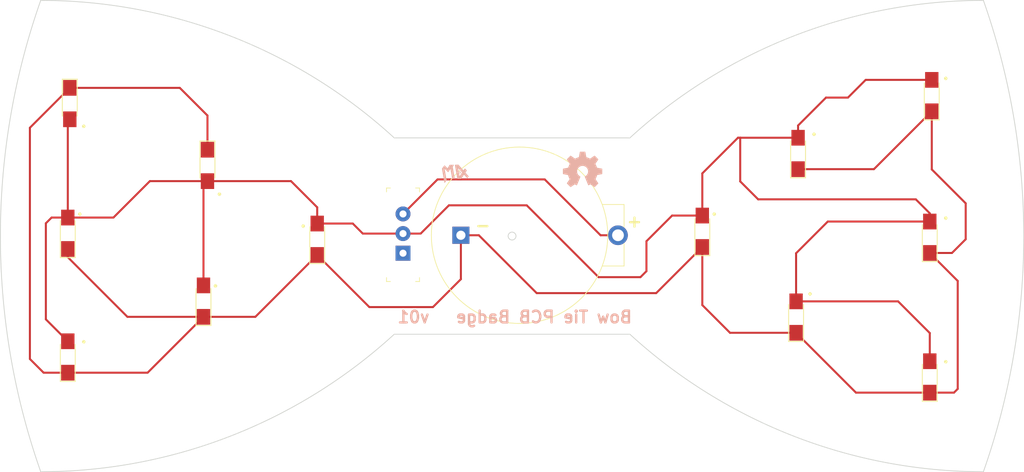
<source format=kicad_pcb>
(kicad_pcb (version 4) (host pcbnew 4.0.7)

  (general
    (links 25)
    (no_connects 0)
    (area 83.317339 68.346456 213.689883 141.660744)
    (thickness 1.6)
    (drawings 24)
    (tracks 90)
    (zones 0)
    (modules 16)
    (nets 5)
  )

  (page A4)
  (title_block
    (date 2019-09-20)
    (rev v01)
    (comment 4 "Author: Amal Mathew")
  )

  (layers
    (0 F.Cu signal)
    (31 B.Cu signal)
    (32 B.Adhes user)
    (33 F.Adhes user)
    (34 B.Paste user)
    (35 F.Paste user)
    (36 B.SilkS user)
    (37 F.SilkS user)
    (38 B.Mask user)
    (39 F.Mask user)
    (40 Dwgs.User user)
    (41 Cmts.User user)
    (42 Eco1.User user)
    (43 Eco2.User user)
    (44 Edge.Cuts user)
    (45 Margin user)
    (46 B.CrtYd user)
    (47 F.CrtYd user)
    (48 B.Fab user)
    (49 F.Fab user)
  )

  (setup
    (last_trace_width 0.254)
    (trace_clearance 0.254)
    (zone_clearance 0.508)
    (zone_45_only no)
    (trace_min 0.1524)
    (segment_width 0.2)
    (edge_width 0.15)
    (via_size 0.762)
    (via_drill 0.381)
    (via_min_size 0.6858)
    (via_min_drill 0.3302)
    (uvia_size 0.762)
    (uvia_drill 0.381)
    (uvias_allowed no)
    (uvia_min_size 0.6858)
    (uvia_min_drill 0.3302)
    (pcb_text_width 0.3)
    (pcb_text_size 1.5 1.5)
    (mod_edge_width 0.15)
    (mod_text_size 1 1)
    (mod_text_width 0.15)
    (pad_size 1.524 1.524)
    (pad_drill 0.762)
    (pad_to_mask_clearance 0.0508)
    (aux_axis_origin 0 0)
    (visible_elements FFFFFF7F)
    (pcbplotparams
      (layerselection 0x010f0_80000001)
      (usegerberextensions false)
      (excludeedgelayer true)
      (linewidth 0.100000)
      (plotframeref false)
      (viasonmask false)
      (mode 1)
      (useauxorigin false)
      (hpglpennumber 1)
      (hpglpenspeed 20)
      (hpglpendiameter 15)
      (hpglpenoverlay 2)
      (psnegative false)
      (psa4output false)
      (plotreference true)
      (plotvalue true)
      (plotinvisibletext false)
      (padsonsilk false)
      (subtractmaskfromsilk false)
      (outputformat 1)
      (mirror false)
      (drillshape 0)
      (scaleselection 1)
      (outputdirectory Gerbers/))
  )

  (net 0 "")
  (net 1 GND)
  (net 2 "Net-(BAT1-PadPos)")
  (net 3 VCC)
  (net 4 "Net-(S1-Pad1)")

  (net_class Default "This is the default net class."
    (clearance 0.254)
    (trace_width 0.254)
    (via_dia 0.762)
    (via_drill 0.381)
    (uvia_dia 0.762)
    (uvia_drill 0.381)
    (add_net GND)
    (add_net "Net-(BAT1-PadPos)")
    (add_net "Net-(S1-Pad1)")
    (add_net VCC)
  )

  (module digikey-footprints:Battery_Holder_Coin_2032_BS-7 (layer F.Cu) (tedit 5D850C06) (tstamp 5D8504B8)
    (at 141.986 104.902)
    (descr http://www.memoryprotectiondevices.com/datasheets/BS-7-datasheet.pdf)
    (path /5D8503A9)
    (fp_text reference "" (at 19.05 -7.112) (layer F.SilkS)
      (effects (font (size 1 1) (thickness 0.15)))
    )
    (fp_text value BS-7 (at 3.556 5.588) (layer F.Fab)
      (effects (font (size 1 1) (thickness 0.15)))
    )
    (fp_line (start -3.9624 11.43) (end 21.5138 11.43) (layer F.CrtYd) (width 0.05))
    (fp_line (start -3.9624 -11.43) (end 21.5138 -11.43) (layer F.CrtYd) (width 0.05))
    (fp_line (start 21.5138 -11.43) (end 21.5138 11.43) (layer F.CrtYd) (width 0.05))
    (fp_line (start -3.9624 -11.43) (end -3.9624 11.43) (layer F.CrtYd) (width 0.05))
    (fp_line (start 20.7772 3.9116) (end 20.7772 1.0668) (layer F.SilkS) (width 0.1))
    (fp_line (start 20.7772 -3.9116) (end 20.7772 -1.0668) (layer F.SilkS) (width 0.1))
    (fp_line (start 18.034 3.9116) (end 20.7772 3.9116) (layer F.SilkS) (width 0.1))
    (fp_line (start 18.034 -3.9116) (end 20.7772 -3.9116) (layer F.SilkS) (width 0.1))
    (fp_line (start 20.6756 -3.81) (end 20.6756 3.81) (layer F.Fab) (width 0.1))
    (fp_line (start 17.9832 3.81) (end 20.6756 3.81) (layer F.Fab) (width 0.1))
    (fp_line (start 17.9832 -3.81) (end 20.6756 -3.81) (layer F.Fab) (width 0.1))
    (fp_text user %R (at 7.4676 0) (layer F.Fab)
      (effects (font (size 1 1) (thickness 0.15)))
    )
    (fp_circle (center 7.4676 0) (end -3.7592 0) (layer F.SilkS) (width 0.1))
    (fp_circle (center 7.4676 0) (end -3.7084 0) (layer F.Fab) (width 0.1))
    (pad Neg thru_hole rect (at 0 0) (size 2.17 2.17) (drill 1.17) (layers *.Cu *.Mask)
      (net 1 GND))
    (pad Pos thru_hole circle (at 20 0) (size 2.5 2.5) (drill 1.5) (layers *.Cu *.Mask)
      (net 2 "Net-(BAT1-PadPos)"))
  )

  (module LEDs:LED_1206_HandSoldering (layer F.Cu) (tedit 5D850BCC) (tstamp 5D8504BE)
    (at 92.202 88.138 270)
    (descr "LED SMD 1206, hand soldering")
    (tags "LED 1206")
    (path /5D850065)
    (attr smd)
    (fp_text reference "" (at 0 -1.85 270) (layer F.SilkS)
      (effects (font (size 1 1) (thickness 0.15)))
    )
    (fp_text value LED (at 0 1.9 270) (layer F.Fab)
      (effects (font (size 1 1) (thickness 0.15)))
    )
    (fp_line (start -3.1 -0.95) (end -3.1 0.95) (layer F.SilkS) (width 0.12))
    (fp_line (start -0.4 0) (end 0.2 -0.4) (layer F.Fab) (width 0.1))
    (fp_line (start 0.2 -0.4) (end 0.2 0.4) (layer F.Fab) (width 0.1))
    (fp_line (start 0.2 0.4) (end -0.4 0) (layer F.Fab) (width 0.1))
    (fp_line (start -0.45 -0.4) (end -0.45 0.4) (layer F.Fab) (width 0.1))
    (fp_line (start -1.6 0.8) (end -1.6 -0.8) (layer F.Fab) (width 0.1))
    (fp_line (start 1.6 0.8) (end -1.6 0.8) (layer F.Fab) (width 0.1))
    (fp_line (start 1.6 -0.8) (end 1.6 0.8) (layer F.Fab) (width 0.1))
    (fp_line (start -1.6 -0.8) (end 1.6 -0.8) (layer F.Fab) (width 0.1))
    (fp_line (start -3.1 0.95) (end 1.6 0.95) (layer F.SilkS) (width 0.12))
    (fp_line (start -3.1 -0.95) (end 1.6 -0.95) (layer F.SilkS) (width 0.12))
    (fp_line (start -3.25 -1.11) (end 3.25 -1.11) (layer F.CrtYd) (width 0.05))
    (fp_line (start -3.25 -1.11) (end -3.25 1.1) (layer F.CrtYd) (width 0.05))
    (fp_line (start 3.25 1.1) (end 3.25 -1.11) (layer F.CrtYd) (width 0.05))
    (fp_line (start 3.25 1.1) (end -3.25 1.1) (layer F.CrtYd) (width 0.05))
    (pad 1 smd rect (at -2 0 270) (size 2 1.7) (layers F.Cu F.Paste F.Mask)
      (net 1 GND))
    (pad 2 smd rect (at 2 0 270) (size 2 1.7) (layers F.Cu F.Paste F.Mask)
      (net 3 VCC))
    (model ${KISYS3DMOD}/LEDs.3dshapes/LED_1206.wrl
      (at (xyz 0 0 0))
      (scale (xyz 1 1 1))
      (rotate (xyz 0 0 180))
    )
  )

  (module LEDs:LED_1206_HandSoldering (layer F.Cu) (tedit 5D850BD8) (tstamp 5D8504C4)
    (at 91.948 104.648 90)
    (descr "LED SMD 1206, hand soldering")
    (tags "LED 1206")
    (path /5D8500C8)
    (attr smd)
    (fp_text reference "" (at 0 -1.85 90) (layer F.SilkS)
      (effects (font (size 1 1) (thickness 0.15)))
    )
    (fp_text value LED (at 0 1.9 90) (layer F.Fab)
      (effects (font (size 1 1) (thickness 0.15)))
    )
    (fp_line (start -3.1 -0.95) (end -3.1 0.95) (layer F.SilkS) (width 0.12))
    (fp_line (start -0.4 0) (end 0.2 -0.4) (layer F.Fab) (width 0.1))
    (fp_line (start 0.2 -0.4) (end 0.2 0.4) (layer F.Fab) (width 0.1))
    (fp_line (start 0.2 0.4) (end -0.4 0) (layer F.Fab) (width 0.1))
    (fp_line (start -0.45 -0.4) (end -0.45 0.4) (layer F.Fab) (width 0.1))
    (fp_line (start -1.6 0.8) (end -1.6 -0.8) (layer F.Fab) (width 0.1))
    (fp_line (start 1.6 0.8) (end -1.6 0.8) (layer F.Fab) (width 0.1))
    (fp_line (start 1.6 -0.8) (end 1.6 0.8) (layer F.Fab) (width 0.1))
    (fp_line (start -1.6 -0.8) (end 1.6 -0.8) (layer F.Fab) (width 0.1))
    (fp_line (start -3.1 0.95) (end 1.6 0.95) (layer F.SilkS) (width 0.12))
    (fp_line (start -3.1 -0.95) (end 1.6 -0.95) (layer F.SilkS) (width 0.12))
    (fp_line (start -3.25 -1.11) (end 3.25 -1.11) (layer F.CrtYd) (width 0.05))
    (fp_line (start -3.25 -1.11) (end -3.25 1.1) (layer F.CrtYd) (width 0.05))
    (fp_line (start 3.25 1.1) (end 3.25 -1.11) (layer F.CrtYd) (width 0.05))
    (fp_line (start 3.25 1.1) (end -3.25 1.1) (layer F.CrtYd) (width 0.05))
    (pad 1 smd rect (at -2 0 90) (size 2 1.7) (layers F.Cu F.Paste F.Mask)
      (net 1 GND))
    (pad 2 smd rect (at 2 0 90) (size 2 1.7) (layers F.Cu F.Paste F.Mask)
      (net 3 VCC))
    (model ${KISYS3DMOD}/LEDs.3dshapes/LED_1206.wrl
      (at (xyz 0 0 0))
      (scale (xyz 1 1 1))
      (rotate (xyz 0 0 180))
    )
  )

  (module LEDs:LED_1206_HandSoldering (layer F.Cu) (tedit 5D850BE6) (tstamp 5D8504CA)
    (at 91.948 120.396 90)
    (descr "LED SMD 1206, hand soldering")
    (tags "LED 1206")
    (path /5D8500EA)
    (attr smd)
    (fp_text reference "" (at 0 -1.85 90) (layer F.SilkS)
      (effects (font (size 1 1) (thickness 0.15)))
    )
    (fp_text value LED (at 0 1.9 90) (layer F.Fab)
      (effects (font (size 1 1) (thickness 0.15)))
    )
    (fp_line (start -3.1 -0.95) (end -3.1 0.95) (layer F.SilkS) (width 0.12))
    (fp_line (start -0.4 0) (end 0.2 -0.4) (layer F.Fab) (width 0.1))
    (fp_line (start 0.2 -0.4) (end 0.2 0.4) (layer F.Fab) (width 0.1))
    (fp_line (start 0.2 0.4) (end -0.4 0) (layer F.Fab) (width 0.1))
    (fp_line (start -0.45 -0.4) (end -0.45 0.4) (layer F.Fab) (width 0.1))
    (fp_line (start -1.6 0.8) (end -1.6 -0.8) (layer F.Fab) (width 0.1))
    (fp_line (start 1.6 0.8) (end -1.6 0.8) (layer F.Fab) (width 0.1))
    (fp_line (start 1.6 -0.8) (end 1.6 0.8) (layer F.Fab) (width 0.1))
    (fp_line (start -1.6 -0.8) (end 1.6 -0.8) (layer F.Fab) (width 0.1))
    (fp_line (start -3.1 0.95) (end 1.6 0.95) (layer F.SilkS) (width 0.12))
    (fp_line (start -3.1 -0.95) (end 1.6 -0.95) (layer F.SilkS) (width 0.12))
    (fp_line (start -3.25 -1.11) (end 3.25 -1.11) (layer F.CrtYd) (width 0.05))
    (fp_line (start -3.25 -1.11) (end -3.25 1.1) (layer F.CrtYd) (width 0.05))
    (fp_line (start 3.25 1.1) (end 3.25 -1.11) (layer F.CrtYd) (width 0.05))
    (fp_line (start 3.25 1.1) (end -3.25 1.1) (layer F.CrtYd) (width 0.05))
    (pad 1 smd rect (at -2 0 90) (size 2 1.7) (layers F.Cu F.Paste F.Mask)
      (net 1 GND))
    (pad 2 smd rect (at 2 0 90) (size 2 1.7) (layers F.Cu F.Paste F.Mask)
      (net 3 VCC))
    (model ${KISYS3DMOD}/LEDs.3dshapes/LED_1206.wrl
      (at (xyz 0 0 0))
      (scale (xyz 1 1 1))
      (rotate (xyz 0 0 180))
    )
  )

  (module LEDs:LED_1206_HandSoldering (layer F.Cu) (tedit 5D850C2B) (tstamp 5D8504D0)
    (at 109.728 96.012 270)
    (descr "LED SMD 1206, hand soldering")
    (tags "LED 1206")
    (path /5D850109)
    (attr smd)
    (fp_text reference "" (at 0 -1.85 270) (layer F.SilkS)
      (effects (font (size 1 1) (thickness 0.15)))
    )
    (fp_text value LED (at 0 1.9 270) (layer F.Fab)
      (effects (font (size 1 1) (thickness 0.15)))
    )
    (fp_line (start -3.1 -0.95) (end -3.1 0.95) (layer F.SilkS) (width 0.12))
    (fp_line (start -0.4 0) (end 0.2 -0.4) (layer F.Fab) (width 0.1))
    (fp_line (start 0.2 -0.4) (end 0.2 0.4) (layer F.Fab) (width 0.1))
    (fp_line (start 0.2 0.4) (end -0.4 0) (layer F.Fab) (width 0.1))
    (fp_line (start -0.45 -0.4) (end -0.45 0.4) (layer F.Fab) (width 0.1))
    (fp_line (start -1.6 0.8) (end -1.6 -0.8) (layer F.Fab) (width 0.1))
    (fp_line (start 1.6 0.8) (end -1.6 0.8) (layer F.Fab) (width 0.1))
    (fp_line (start 1.6 -0.8) (end 1.6 0.8) (layer F.Fab) (width 0.1))
    (fp_line (start -1.6 -0.8) (end 1.6 -0.8) (layer F.Fab) (width 0.1))
    (fp_line (start -3.1 0.95) (end 1.6 0.95) (layer F.SilkS) (width 0.12))
    (fp_line (start -3.1 -0.95) (end 1.6 -0.95) (layer F.SilkS) (width 0.12))
    (fp_line (start -3.25 -1.11) (end 3.25 -1.11) (layer F.CrtYd) (width 0.05))
    (fp_line (start -3.25 -1.11) (end -3.25 1.1) (layer F.CrtYd) (width 0.05))
    (fp_line (start 3.25 1.1) (end 3.25 -1.11) (layer F.CrtYd) (width 0.05))
    (fp_line (start 3.25 1.1) (end -3.25 1.1) (layer F.CrtYd) (width 0.05))
    (pad 1 smd rect (at -2 0 270) (size 2 1.7) (layers F.Cu F.Paste F.Mask)
      (net 1 GND))
    (pad 2 smd rect (at 2 0 270) (size 2 1.7) (layers F.Cu F.Paste F.Mask)
      (net 3 VCC))
    (model ${KISYS3DMOD}/LEDs.3dshapes/LED_1206.wrl
      (at (xyz 0 0 0))
      (scale (xyz 1 1 1))
      (rotate (xyz 0 0 180))
    )
  )

  (module LEDs:LED_1206_HandSoldering (layer F.Cu) (tedit 5D850C26) (tstamp 5D8504D6)
    (at 109.22 113.284 90)
    (descr "LED SMD 1206, hand soldering")
    (tags "LED 1206")
    (path /5D85012D)
    (attr smd)
    (fp_text reference "" (at 0 -1.85 90) (layer F.SilkS)
      (effects (font (size 1 1) (thickness 0.15)))
    )
    (fp_text value LED (at 0 1.9 90) (layer F.Fab)
      (effects (font (size 1 1) (thickness 0.15)))
    )
    (fp_line (start -3.1 -0.95) (end -3.1 0.95) (layer F.SilkS) (width 0.12))
    (fp_line (start -0.4 0) (end 0.2 -0.4) (layer F.Fab) (width 0.1))
    (fp_line (start 0.2 -0.4) (end 0.2 0.4) (layer F.Fab) (width 0.1))
    (fp_line (start 0.2 0.4) (end -0.4 0) (layer F.Fab) (width 0.1))
    (fp_line (start -0.45 -0.4) (end -0.45 0.4) (layer F.Fab) (width 0.1))
    (fp_line (start -1.6 0.8) (end -1.6 -0.8) (layer F.Fab) (width 0.1))
    (fp_line (start 1.6 0.8) (end -1.6 0.8) (layer F.Fab) (width 0.1))
    (fp_line (start 1.6 -0.8) (end 1.6 0.8) (layer F.Fab) (width 0.1))
    (fp_line (start -1.6 -0.8) (end 1.6 -0.8) (layer F.Fab) (width 0.1))
    (fp_line (start -3.1 0.95) (end 1.6 0.95) (layer F.SilkS) (width 0.12))
    (fp_line (start -3.1 -0.95) (end 1.6 -0.95) (layer F.SilkS) (width 0.12))
    (fp_line (start -3.25 -1.11) (end 3.25 -1.11) (layer F.CrtYd) (width 0.05))
    (fp_line (start -3.25 -1.11) (end -3.25 1.1) (layer F.CrtYd) (width 0.05))
    (fp_line (start 3.25 1.1) (end 3.25 -1.11) (layer F.CrtYd) (width 0.05))
    (fp_line (start 3.25 1.1) (end -3.25 1.1) (layer F.CrtYd) (width 0.05))
    (pad 1 smd rect (at -2 0 90) (size 2 1.7) (layers F.Cu F.Paste F.Mask)
      (net 1 GND))
    (pad 2 smd rect (at 2 0 90) (size 2 1.7) (layers F.Cu F.Paste F.Mask)
      (net 3 VCC))
    (model ${KISYS3DMOD}/LEDs.3dshapes/LED_1206.wrl
      (at (xyz 0 0 0))
      (scale (xyz 1 1 1))
      (rotate (xyz 0 0 180))
    )
  )

  (module LEDs:LED_1206_HandSoldering (layer F.Cu) (tedit 5D850C31) (tstamp 5D8504DC)
    (at 123.698 105.41 90)
    (descr "LED SMD 1206, hand soldering")
    (tags "LED 1206")
    (path /5D85016B)
    (attr smd)
    (fp_text reference "" (at 0 -1.85 90) (layer F.SilkS)
      (effects (font (size 1 1) (thickness 0.15)))
    )
    (fp_text value LED (at 0 1.9 90) (layer F.Fab)
      (effects (font (size 1 1) (thickness 0.15)))
    )
    (fp_line (start -3.1 -0.95) (end -3.1 0.95) (layer F.SilkS) (width 0.12))
    (fp_line (start -0.4 0) (end 0.2 -0.4) (layer F.Fab) (width 0.1))
    (fp_line (start 0.2 -0.4) (end 0.2 0.4) (layer F.Fab) (width 0.1))
    (fp_line (start 0.2 0.4) (end -0.4 0) (layer F.Fab) (width 0.1))
    (fp_line (start -0.45 -0.4) (end -0.45 0.4) (layer F.Fab) (width 0.1))
    (fp_line (start -1.6 0.8) (end -1.6 -0.8) (layer F.Fab) (width 0.1))
    (fp_line (start 1.6 0.8) (end -1.6 0.8) (layer F.Fab) (width 0.1))
    (fp_line (start 1.6 -0.8) (end 1.6 0.8) (layer F.Fab) (width 0.1))
    (fp_line (start -1.6 -0.8) (end 1.6 -0.8) (layer F.Fab) (width 0.1))
    (fp_line (start -3.1 0.95) (end 1.6 0.95) (layer F.SilkS) (width 0.12))
    (fp_line (start -3.1 -0.95) (end 1.6 -0.95) (layer F.SilkS) (width 0.12))
    (fp_line (start -3.25 -1.11) (end 3.25 -1.11) (layer F.CrtYd) (width 0.05))
    (fp_line (start -3.25 -1.11) (end -3.25 1.1) (layer F.CrtYd) (width 0.05))
    (fp_line (start 3.25 1.1) (end 3.25 -1.11) (layer F.CrtYd) (width 0.05))
    (fp_line (start 3.25 1.1) (end -3.25 1.1) (layer F.CrtYd) (width 0.05))
    (pad 1 smd rect (at -2 0 90) (size 2 1.7) (layers F.Cu F.Paste F.Mask)
      (net 1 GND))
    (pad 2 smd rect (at 2 0 90) (size 2 1.7) (layers F.Cu F.Paste F.Mask)
      (net 3 VCC))
    (model ${KISYS3DMOD}/LEDs.3dshapes/LED_1206.wrl
      (at (xyz 0 0 0))
      (scale (xyz 1 1 1))
      (rotate (xyz 0 0 180))
    )
  )

  (module LEDs:LED_1206_HandSoldering (layer F.Cu) (tedit 5D850C51) (tstamp 5D8504E2)
    (at 172.72 104.394 90)
    (descr "LED SMD 1206, hand soldering")
    (tags "LED 1206")
    (path /5D850193)
    (attr smd)
    (fp_text reference "" (at 0 -1.85 90) (layer F.SilkS)
      (effects (font (size 1 1) (thickness 0.15)))
    )
    (fp_text value LED (at 0 1.9 90) (layer F.Fab)
      (effects (font (size 1 1) (thickness 0.15)))
    )
    (fp_line (start -3.1 -0.95) (end -3.1 0.95) (layer F.SilkS) (width 0.12))
    (fp_line (start -0.4 0) (end 0.2 -0.4) (layer F.Fab) (width 0.1))
    (fp_line (start 0.2 -0.4) (end 0.2 0.4) (layer F.Fab) (width 0.1))
    (fp_line (start 0.2 0.4) (end -0.4 0) (layer F.Fab) (width 0.1))
    (fp_line (start -0.45 -0.4) (end -0.45 0.4) (layer F.Fab) (width 0.1))
    (fp_line (start -1.6 0.8) (end -1.6 -0.8) (layer F.Fab) (width 0.1))
    (fp_line (start 1.6 0.8) (end -1.6 0.8) (layer F.Fab) (width 0.1))
    (fp_line (start 1.6 -0.8) (end 1.6 0.8) (layer F.Fab) (width 0.1))
    (fp_line (start -1.6 -0.8) (end 1.6 -0.8) (layer F.Fab) (width 0.1))
    (fp_line (start -3.1 0.95) (end 1.6 0.95) (layer F.SilkS) (width 0.12))
    (fp_line (start -3.1 -0.95) (end 1.6 -0.95) (layer F.SilkS) (width 0.12))
    (fp_line (start -3.25 -1.11) (end 3.25 -1.11) (layer F.CrtYd) (width 0.05))
    (fp_line (start -3.25 -1.11) (end -3.25 1.1) (layer F.CrtYd) (width 0.05))
    (fp_line (start 3.25 1.1) (end 3.25 -1.11) (layer F.CrtYd) (width 0.05))
    (fp_line (start 3.25 1.1) (end -3.25 1.1) (layer F.CrtYd) (width 0.05))
    (pad 1 smd rect (at -2 0 90) (size 2 1.7) (layers F.Cu F.Paste F.Mask)
      (net 1 GND))
    (pad 2 smd rect (at 2 0 90) (size 2 1.7) (layers F.Cu F.Paste F.Mask)
      (net 3 VCC))
    (model ${KISYS3DMOD}/LEDs.3dshapes/LED_1206.wrl
      (at (xyz 0 0 0))
      (scale (xyz 1 1 1))
      (rotate (xyz 0 0 180))
    )
  )

  (module LEDs:LED_1206_HandSoldering (layer F.Cu) (tedit 5D850C5F) (tstamp 5D8504E8)
    (at 184.912 94.488 90)
    (descr "LED SMD 1206, hand soldering")
    (tags "LED 1206")
    (path /5D8501C0)
    (attr smd)
    (fp_text reference "" (at 0 -1.85 90) (layer F.SilkS)
      (effects (font (size 1 1) (thickness 0.15)))
    )
    (fp_text value LED (at 0 1.9 90) (layer F.Fab)
      (effects (font (size 1 1) (thickness 0.15)))
    )
    (fp_line (start -3.1 -0.95) (end -3.1 0.95) (layer F.SilkS) (width 0.12))
    (fp_line (start -0.4 0) (end 0.2 -0.4) (layer F.Fab) (width 0.1))
    (fp_line (start 0.2 -0.4) (end 0.2 0.4) (layer F.Fab) (width 0.1))
    (fp_line (start 0.2 0.4) (end -0.4 0) (layer F.Fab) (width 0.1))
    (fp_line (start -0.45 -0.4) (end -0.45 0.4) (layer F.Fab) (width 0.1))
    (fp_line (start -1.6 0.8) (end -1.6 -0.8) (layer F.Fab) (width 0.1))
    (fp_line (start 1.6 0.8) (end -1.6 0.8) (layer F.Fab) (width 0.1))
    (fp_line (start 1.6 -0.8) (end 1.6 0.8) (layer F.Fab) (width 0.1))
    (fp_line (start -1.6 -0.8) (end 1.6 -0.8) (layer F.Fab) (width 0.1))
    (fp_line (start -3.1 0.95) (end 1.6 0.95) (layer F.SilkS) (width 0.12))
    (fp_line (start -3.1 -0.95) (end 1.6 -0.95) (layer F.SilkS) (width 0.12))
    (fp_line (start -3.25 -1.11) (end 3.25 -1.11) (layer F.CrtYd) (width 0.05))
    (fp_line (start -3.25 -1.11) (end -3.25 1.1) (layer F.CrtYd) (width 0.05))
    (fp_line (start 3.25 1.1) (end 3.25 -1.11) (layer F.CrtYd) (width 0.05))
    (fp_line (start 3.25 1.1) (end -3.25 1.1) (layer F.CrtYd) (width 0.05))
    (pad 1 smd rect (at -2 0 90) (size 2 1.7) (layers F.Cu F.Paste F.Mask)
      (net 1 GND))
    (pad 2 smd rect (at 2 0 90) (size 2 1.7) (layers F.Cu F.Paste F.Mask)
      (net 3 VCC))
    (model ${KISYS3DMOD}/LEDs.3dshapes/LED_1206.wrl
      (at (xyz 0 0 0))
      (scale (xyz 1 1 1))
      (rotate (xyz 0 0 180))
    )
  )

  (module LEDs:LED_1206_HandSoldering (layer F.Cu) (tedit 5D850C55) (tstamp 5D8504EE)
    (at 184.658 115.316 90)
    (descr "LED SMD 1206, hand soldering")
    (tags "LED 1206")
    (path /5D8501F0)
    (attr smd)
    (fp_text reference "" (at 0 -1.85 90) (layer F.SilkS)
      (effects (font (size 1 1) (thickness 0.15)))
    )
    (fp_text value LED (at 0 1.9 90) (layer F.Fab)
      (effects (font (size 1 1) (thickness 0.15)))
    )
    (fp_line (start -3.1 -0.95) (end -3.1 0.95) (layer F.SilkS) (width 0.12))
    (fp_line (start -0.4 0) (end 0.2 -0.4) (layer F.Fab) (width 0.1))
    (fp_line (start 0.2 -0.4) (end 0.2 0.4) (layer F.Fab) (width 0.1))
    (fp_line (start 0.2 0.4) (end -0.4 0) (layer F.Fab) (width 0.1))
    (fp_line (start -0.45 -0.4) (end -0.45 0.4) (layer F.Fab) (width 0.1))
    (fp_line (start -1.6 0.8) (end -1.6 -0.8) (layer F.Fab) (width 0.1))
    (fp_line (start 1.6 0.8) (end -1.6 0.8) (layer F.Fab) (width 0.1))
    (fp_line (start 1.6 -0.8) (end 1.6 0.8) (layer F.Fab) (width 0.1))
    (fp_line (start -1.6 -0.8) (end 1.6 -0.8) (layer F.Fab) (width 0.1))
    (fp_line (start -3.1 0.95) (end 1.6 0.95) (layer F.SilkS) (width 0.12))
    (fp_line (start -3.1 -0.95) (end 1.6 -0.95) (layer F.SilkS) (width 0.12))
    (fp_line (start -3.25 -1.11) (end 3.25 -1.11) (layer F.CrtYd) (width 0.05))
    (fp_line (start -3.25 -1.11) (end -3.25 1.1) (layer F.CrtYd) (width 0.05))
    (fp_line (start 3.25 1.1) (end 3.25 -1.11) (layer F.CrtYd) (width 0.05))
    (fp_line (start 3.25 1.1) (end -3.25 1.1) (layer F.CrtYd) (width 0.05))
    (pad 1 smd rect (at -2 0 90) (size 2 1.7) (layers F.Cu F.Paste F.Mask)
      (net 1 GND))
    (pad 2 smd rect (at 2 0 90) (size 2 1.7) (layers F.Cu F.Paste F.Mask)
      (net 3 VCC))
    (model ${KISYS3DMOD}/LEDs.3dshapes/LED_1206.wrl
      (at (xyz 0 0 0))
      (scale (xyz 1 1 1))
      (rotate (xyz 0 0 180))
    )
  )

  (module LEDs:LED_1206_HandSoldering (layer F.Cu) (tedit 5D850C65) (tstamp 5D8504F4)
    (at 201.93 87.122 90)
    (descr "LED SMD 1206, hand soldering")
    (tags "LED 1206")
    (path /5D850221)
    (attr smd)
    (fp_text reference "" (at 0 -1.85 90) (layer F.SilkS)
      (effects (font (size 1 1) (thickness 0.15)))
    )
    (fp_text value LED (at 0 1.9 90) (layer F.Fab)
      (effects (font (size 1 1) (thickness 0.15)))
    )
    (fp_line (start -3.1 -0.95) (end -3.1 0.95) (layer F.SilkS) (width 0.12))
    (fp_line (start -0.4 0) (end 0.2 -0.4) (layer F.Fab) (width 0.1))
    (fp_line (start 0.2 -0.4) (end 0.2 0.4) (layer F.Fab) (width 0.1))
    (fp_line (start 0.2 0.4) (end -0.4 0) (layer F.Fab) (width 0.1))
    (fp_line (start -0.45 -0.4) (end -0.45 0.4) (layer F.Fab) (width 0.1))
    (fp_line (start -1.6 0.8) (end -1.6 -0.8) (layer F.Fab) (width 0.1))
    (fp_line (start 1.6 0.8) (end -1.6 0.8) (layer F.Fab) (width 0.1))
    (fp_line (start 1.6 -0.8) (end 1.6 0.8) (layer F.Fab) (width 0.1))
    (fp_line (start -1.6 -0.8) (end 1.6 -0.8) (layer F.Fab) (width 0.1))
    (fp_line (start -3.1 0.95) (end 1.6 0.95) (layer F.SilkS) (width 0.12))
    (fp_line (start -3.1 -0.95) (end 1.6 -0.95) (layer F.SilkS) (width 0.12))
    (fp_line (start -3.25 -1.11) (end 3.25 -1.11) (layer F.CrtYd) (width 0.05))
    (fp_line (start -3.25 -1.11) (end -3.25 1.1) (layer F.CrtYd) (width 0.05))
    (fp_line (start 3.25 1.1) (end 3.25 -1.11) (layer F.CrtYd) (width 0.05))
    (fp_line (start 3.25 1.1) (end -3.25 1.1) (layer F.CrtYd) (width 0.05))
    (pad 1 smd rect (at -2 0 90) (size 2 1.7) (layers F.Cu F.Paste F.Mask)
      (net 1 GND))
    (pad 2 smd rect (at 2 0 90) (size 2 1.7) (layers F.Cu F.Paste F.Mask)
      (net 3 VCC))
    (model ${KISYS3DMOD}/LEDs.3dshapes/LED_1206.wrl
      (at (xyz 0 0 0))
      (scale (xyz 1 1 1))
      (rotate (xyz 0 0 180))
    )
  )

  (module LEDs:LED_1206_HandSoldering (layer F.Cu) (tedit 5D850C6B) (tstamp 5D8504FA)
    (at 201.676 105.156 90)
    (descr "LED SMD 1206, hand soldering")
    (tags "LED 1206")
    (path /5D850285)
    (attr smd)
    (fp_text reference "" (at 0 -1.85 90) (layer F.SilkS)
      (effects (font (size 1 1) (thickness 0.15)))
    )
    (fp_text value LED (at 0 1.9 90) (layer F.Fab)
      (effects (font (size 1 1) (thickness 0.15)))
    )
    (fp_line (start -3.1 -0.95) (end -3.1 0.95) (layer F.SilkS) (width 0.12))
    (fp_line (start -0.4 0) (end 0.2 -0.4) (layer F.Fab) (width 0.1))
    (fp_line (start 0.2 -0.4) (end 0.2 0.4) (layer F.Fab) (width 0.1))
    (fp_line (start 0.2 0.4) (end -0.4 0) (layer F.Fab) (width 0.1))
    (fp_line (start -0.45 -0.4) (end -0.45 0.4) (layer F.Fab) (width 0.1))
    (fp_line (start -1.6 0.8) (end -1.6 -0.8) (layer F.Fab) (width 0.1))
    (fp_line (start 1.6 0.8) (end -1.6 0.8) (layer F.Fab) (width 0.1))
    (fp_line (start 1.6 -0.8) (end 1.6 0.8) (layer F.Fab) (width 0.1))
    (fp_line (start -1.6 -0.8) (end 1.6 -0.8) (layer F.Fab) (width 0.1))
    (fp_line (start -3.1 0.95) (end 1.6 0.95) (layer F.SilkS) (width 0.12))
    (fp_line (start -3.1 -0.95) (end 1.6 -0.95) (layer F.SilkS) (width 0.12))
    (fp_line (start -3.25 -1.11) (end 3.25 -1.11) (layer F.CrtYd) (width 0.05))
    (fp_line (start -3.25 -1.11) (end -3.25 1.1) (layer F.CrtYd) (width 0.05))
    (fp_line (start 3.25 1.1) (end 3.25 -1.11) (layer F.CrtYd) (width 0.05))
    (fp_line (start 3.25 1.1) (end -3.25 1.1) (layer F.CrtYd) (width 0.05))
    (pad 1 smd rect (at -2 0 90) (size 2 1.7) (layers F.Cu F.Paste F.Mask)
      (net 1 GND))
    (pad 2 smd rect (at 2 0 90) (size 2 1.7) (layers F.Cu F.Paste F.Mask)
      (net 3 VCC))
    (model ${KISYS3DMOD}/LEDs.3dshapes/LED_1206.wrl
      (at (xyz 0 0 0))
      (scale (xyz 1 1 1))
      (rotate (xyz 0 0 180))
    )
  )

  (module LEDs:LED_1206_HandSoldering (layer F.Cu) (tedit 5D850C72) (tstamp 5D850500)
    (at 201.676 122.936 90)
    (descr "LED SMD 1206, hand soldering")
    (tags "LED 1206")
    (path /5D8502DF)
    (attr smd)
    (fp_text reference "" (at 0 -1.85 90) (layer F.SilkS)
      (effects (font (size 1 1) (thickness 0.15)))
    )
    (fp_text value LED (at 0 1.9 90) (layer F.Fab)
      (effects (font (size 1 1) (thickness 0.15)))
    )
    (fp_line (start -3.1 -0.95) (end -3.1 0.95) (layer F.SilkS) (width 0.12))
    (fp_line (start -0.4 0) (end 0.2 -0.4) (layer F.Fab) (width 0.1))
    (fp_line (start 0.2 -0.4) (end 0.2 0.4) (layer F.Fab) (width 0.1))
    (fp_line (start 0.2 0.4) (end -0.4 0) (layer F.Fab) (width 0.1))
    (fp_line (start -0.45 -0.4) (end -0.45 0.4) (layer F.Fab) (width 0.1))
    (fp_line (start -1.6 0.8) (end -1.6 -0.8) (layer F.Fab) (width 0.1))
    (fp_line (start 1.6 0.8) (end -1.6 0.8) (layer F.Fab) (width 0.1))
    (fp_line (start 1.6 -0.8) (end 1.6 0.8) (layer F.Fab) (width 0.1))
    (fp_line (start -1.6 -0.8) (end 1.6 -0.8) (layer F.Fab) (width 0.1))
    (fp_line (start -3.1 0.95) (end 1.6 0.95) (layer F.SilkS) (width 0.12))
    (fp_line (start -3.1 -0.95) (end 1.6 -0.95) (layer F.SilkS) (width 0.12))
    (fp_line (start -3.25 -1.11) (end 3.25 -1.11) (layer F.CrtYd) (width 0.05))
    (fp_line (start -3.25 -1.11) (end -3.25 1.1) (layer F.CrtYd) (width 0.05))
    (fp_line (start 3.25 1.1) (end 3.25 -1.11) (layer F.CrtYd) (width 0.05))
    (fp_line (start 3.25 1.1) (end -3.25 1.1) (layer F.CrtYd) (width 0.05))
    (pad 1 smd rect (at -2 0 90) (size 2 1.7) (layers F.Cu F.Paste F.Mask)
      (net 1 GND))
    (pad 2 smd rect (at 2 0 90) (size 2 1.7) (layers F.Cu F.Paste F.Mask)
      (net 3 VCC))
    (model ${KISYS3DMOD}/LEDs.3dshapes/LED_1206.wrl
      (at (xyz 0 0 0))
      (scale (xyz 1 1 1))
      (rotate (xyz 0 0 180))
    )
  )

  (module digikey-footprints:Switch_Slide_11.6x4mm_EG1218 (layer F.Cu) (tedit 5D850BFF) (tstamp 5D850507)
    (at 134.62 107.188 90)
    (descr http://spec_sheets.e-switch.com/specs/P040040.pdf)
    (path /5D85048E)
    (fp_text reference "" (at 2.49 -3.02 90) (layer F.SilkS)
      (effects (font (size 1 1) (thickness 0.15)))
    )
    (fp_text value EG1218 (at 2.11 3.14 90) (layer F.Fab)
      (effects (font (size 1 1) (thickness 0.15)))
    )
    (fp_text user %R (at 2.5 0 90) (layer F.Fab)
      (effects (font (size 1 1) (thickness 0.15)))
    )
    (fp_line (start -3.67 2.25) (end -3.67 -2.25) (layer F.CrtYd) (width 0.05))
    (fp_line (start -3.67 2.25) (end 8.43 2.25) (layer F.CrtYd) (width 0.05))
    (fp_line (start 8.43 2.25) (end 8.43 -2.25) (layer F.CrtYd) (width 0.05))
    (fp_line (start -3.67 -2.25) (end 8.43 -2.25) (layer F.CrtYd) (width 0.05))
    (fp_line (start 8.3 2.1) (end 7.8 2.1) (layer F.SilkS) (width 0.1))
    (fp_line (start 8.3 2.1) (end 8.3 1.6) (layer F.SilkS) (width 0.1))
    (fp_line (start -3.6 2.1) (end -3.1 2.1) (layer F.SilkS) (width 0.1))
    (fp_line (start -3.6 2.1) (end -3.6 1.6) (layer F.SilkS) (width 0.1))
    (fp_line (start -3.6 -2.1) (end -3.1 -2.1) (layer F.SilkS) (width 0.1))
    (fp_line (start -3.6 -2.1) (end -3.6 -1.6) (layer F.SilkS) (width 0.1))
    (fp_line (start 8.3 -2.1) (end 8.3 -1.6) (layer F.SilkS) (width 0.1))
    (fp_line (start 8.3 -2.1) (end 7.8 -2.1) (layer F.SilkS) (width 0.1))
    (fp_line (start -3.42 2) (end 8.18 2) (layer F.Fab) (width 0.1))
    (fp_line (start 8.18 2) (end 8.18 -2) (layer F.Fab) (width 0.1))
    (fp_line (start -3.42 2) (end -3.42 -2) (layer F.Fab) (width 0.1))
    (fp_line (start -3.42 -2) (end 8.18 -2) (layer F.Fab) (width 0.1))
    (pad 1 thru_hole rect (at 0 0 90) (size 1.9 1.9) (drill 0.9) (layers *.Cu *.Mask)
      (net 4 "Net-(S1-Pad1)"))
    (pad 2 thru_hole circle (at 2.5 0 90) (size 1.9 1.9) (drill 0.9) (layers *.Cu *.Mask)
      (net 3 VCC))
    (pad 3 thru_hole circle (at 5 0 90) (size 1.9 1.9) (drill 0.9) (layers *.Cu *.Mask)
      (net 2 "Net-(BAT1-PadPos)"))
  )

  (module "custom logos:osh logo --" (layer B.Cu) (tedit 0) (tstamp 5D850E60)
    (at 157.48 96.52 180)
    (fp_text reference G*** (at 0 0 180) (layer B.SilkS) hide
      (effects (font (thickness 0.3)) (justify mirror))
    )
    (fp_text value LOGO (at 0.75 0 180) (layer B.SilkS) hide
      (effects (font (thickness 0.3)) (justify mirror))
    )
    (fp_poly (pts (xy 0.33297 2.237971) (xy 0.343664 2.220743) (xy 0.345662 2.208761) (xy 0.347704 2.192833)
      (xy 0.352454 2.174947) (xy 0.353619 2.1717) (xy 0.358722 2.154883) (xy 0.36342 2.133798)
      (xy 0.365562 2.1209) (xy 0.374186 2.064972) (xy 0.384273 2.010382) (xy 0.388247 1.99136)
      (xy 0.39289 1.968425) (xy 0.397821 1.941725) (xy 0.401451 1.92024) (xy 0.405334 1.89697)
      (xy 0.410302 1.868858) (xy 0.415443 1.841025) (xy 0.416809 1.83388) (xy 0.421774 1.807545)
      (xy 0.426787 1.779945) (xy 0.43097 1.755949) (xy 0.431951 1.75006) (xy 0.438467 1.712616)
      (xy 0.446584 1.669538) (xy 0.455498 1.625064) (xy 0.458407 1.611132) (xy 0.466989 1.584175)
      (xy 0.480462 1.56464) (xy 0.499558 1.550773) (xy 0.515392 1.543386) (xy 0.535459 1.535481)
      (xy 0.556634 1.528123) (xy 0.575794 1.522375) (xy 0.589813 1.519299) (xy 0.59279 1.519052)
      (xy 0.60282 1.517185) (xy 0.606598 1.514587) (xy 0.612568 1.510921) (xy 0.625325 1.505827)
      (xy 0.638648 1.501475) (xy 0.66837 1.491498) (xy 0.704489 1.47765) (xy 0.744531 1.461016)
      (xy 0.786024 1.442679) (xy 0.826493 1.423723) (xy 0.863465 1.405232) (xy 0.886343 1.392922)
      (xy 0.906287 1.383401) (xy 0.926949 1.376098) (xy 0.940686 1.373089) (xy 0.956905 1.372132)
      (xy 0.968236 1.374952) (xy 0.979649 1.382861) (xy 0.980563 1.383624) (xy 0.991552 1.392052)
      (xy 0.99949 1.39669) (xy 1.000786 1.397) (xy 1.007758 1.40015) (xy 1.011827 1.403479)
      (xy 1.01859 1.408822) (xy 1.031812 1.41837) (xy 1.04949 1.430701) (xy 1.0668 1.442495)
      (xy 1.09193 1.459465) (xy 1.121194 1.479271) (xy 1.150331 1.499026) (xy 1.16788 1.510946)
      (xy 1.189718 1.5256) (xy 1.21001 1.538869) (xy 1.226477 1.549284) (xy 1.236764 1.555335)
      (xy 1.249677 1.563399) (xy 1.259131 1.571421) (xy 1.259495 1.571845) (xy 1.267115 1.578469)
      (xy 1.271037 1.57988) (xy 1.277518 1.582788) (xy 1.288839 1.590237) (xy 1.297085 1.59639)
      (xy 1.310833 1.606861) (xy 1.322363 1.615219) (xy 1.326499 1.61798) (xy 1.337504 1.62513)
      (xy 1.35225 1.635171) (xy 1.368392 1.646446) (xy 1.383584 1.657294) (xy 1.39548 1.666056)
      (xy 1.401734 1.671073) (xy 1.40208 1.67145) (xy 1.407542 1.675877) (xy 1.41878 1.683497)
      (xy 1.42748 1.689008) (xy 1.445648 1.701085) (xy 1.465067 1.715232) (xy 1.47249 1.721047)
      (xy 1.492243 1.734174) (xy 1.511965 1.740417) (xy 1.518349 1.741238) (xy 1.542058 1.743516)
      (xy 1.640979 1.646432) (xy 1.667131 1.620747) (xy 1.690934 1.597337) (xy 1.711415 1.577159)
      (xy 1.727601 1.561174) (xy 1.73852 1.55034) (xy 1.7432 1.545617) (xy 1.743247 1.545564)
      (xy 1.747529 1.541122) (xy 1.758041 1.530363) (xy 1.773882 1.514207) (xy 1.79415 1.493571)
      (xy 1.817942 1.469376) (xy 1.844357 1.44254) (xy 1.855007 1.431727) (xy 1.890621 1.395561)
      (xy 1.919754 1.365906) (xy 1.943058 1.342036) (xy 1.961182 1.323225) (xy 1.974778 1.308747)
      (xy 1.984497 1.297875) (xy 1.990989 1.289885) (xy 1.994905 1.28405) (xy 1.996897 1.279645)
      (xy 1.997615 1.275943) (xy 1.99771 1.272568) (xy 1.994684 1.261271) (xy 1.987051 1.246998)
      (xy 1.982864 1.241053) (xy 1.972635 1.22699) (xy 1.959729 1.208213) (xy 1.946832 1.188635)
      (xy 1.946072 1.187451) (xy 1.935306 1.171444) (xy 1.92623 1.159428) (xy 1.920434 1.153465)
      (xy 1.919643 1.153161) (xy 1.915962 1.148914) (xy 1.91516 1.1433) (xy 1.912964 1.133669)
      (xy 1.910364 1.130476) (xy 1.905504 1.125144) (xy 1.896664 1.113467) (xy 1.885443 1.097593)
      (xy 1.88082 1.090807) (xy 1.864016 1.065983) (xy 1.844223 1.036898) (xy 1.822962 1.005772)
      (xy 1.801751 0.974823) (xy 1.782111 0.94627) (xy 1.765562 0.922333) (xy 1.756498 0.90932)
      (xy 1.74405 0.891367) (xy 1.728876 0.869227) (xy 1.713894 0.847163) (xy 1.711276 0.84328)
      (xy 1.698669 0.82491) (xy 1.68717 0.808767) (xy 1.678667 0.79748) (xy 1.676621 0.79502)
      (xy 1.666635 0.781515) (xy 1.655691 0.763299) (xy 1.645233 0.743251) (xy 1.636705 0.724251)
      (xy 1.631552 0.709178) (xy 1.630679 0.703445) (xy 1.632956 0.693073) (xy 1.639107 0.67635)
      (xy 1.648117 0.655828) (xy 1.65608 0.639598) (xy 1.666404 0.619019) (xy 1.674709 0.601554)
      (xy 1.680027 0.589297) (xy 1.68148 0.584635) (xy 1.684772 0.577267) (xy 1.69151 0.56909)
      (xy 1.700487 0.556237) (xy 1.704985 0.54496) (xy 1.71088 0.530029) (xy 1.717814 0.518745)
      (xy 1.724626 0.507531) (xy 1.7272 0.498917) (xy 1.729267 0.490583) (xy 1.734673 0.476328)
      (xy 1.741792 0.460232) (xy 1.763173 0.412018) (xy 1.778714 0.370619) (xy 1.783381 0.3556)
      (xy 1.787884 0.340855) (xy 1.791631 0.330112) (xy 1.79271 0.32766) (xy 1.795783 0.320481)
      (xy 1.801035 0.306863) (xy 1.806474 0.2921) (xy 1.816245 0.264967) (xy 1.82352 0.245689)
      (xy 1.829494 0.232655) (xy 1.835364 0.224253) (xy 1.842325 0.218874) (xy 1.851573 0.214907)
      (xy 1.864302 0.21074) (xy 1.86768 0.20964) (xy 1.879105 0.206206) (xy 1.893623 0.202488)
      (xy 1.91214 0.198309) (xy 1.935559 0.193494) (xy 1.964786 0.187867) (xy 2.000725 0.181251)
      (xy 2.044282 0.173472) (xy 2.09636 0.164352) (xy 2.13614 0.157462) (xy 2.155577 0.154172)
      (xy 2.178912 0.150314) (xy 2.19456 0.147774) (xy 2.215078 0.144199) (xy 2.240924 0.139302)
      (xy 2.267507 0.133963) (xy 2.27584 0.132215) (xy 2.30163 0.126959) (xy 2.328234 0.121905)
      (xy 2.351063 0.117914) (xy 2.35712 0.116957) (xy 2.378232 0.113469) (xy 2.398631 0.10963)
      (xy 2.41046 0.107066) (xy 2.428284 0.102828) (xy 2.448946 0.097985) (xy 2.45618 0.096306)
      (xy 2.46465 0.094563) (xy 2.471933 0.093053) (xy 2.478117 0.091044) (xy 2.483292 0.087809)
      (xy 2.487547 0.082616) (xy 2.490973 0.074735) (xy 2.493658 0.063438) (xy 2.495693 0.047995)
      (xy 2.497166 0.027674) (xy 2.498168 0.001748) (xy 2.498789 -0.030515) (xy 2.499117 -0.069844)
      (xy 2.499242 -0.116968) (xy 2.499254 -0.172618) (xy 2.499243 -0.237524) (xy 2.499247 -0.254482)
      (xy 2.499255 -0.319938) (xy 2.499219 -0.375983) (xy 2.499118 -0.423365) (xy 2.498932 -0.462832)
      (xy 2.498641 -0.495133) (xy 2.498226 -0.521016) (xy 2.497667 -0.541231) (xy 2.496943 -0.556524)
      (xy 2.496036 -0.567645) (xy 2.494924 -0.575343) (xy 2.493588 -0.580365) (xy 2.492009 -0.58346)
      (xy 2.49047 -0.585127) (xy 2.477985 -0.591542) (xy 2.455538 -0.598071) (xy 2.423326 -0.604666)
      (xy 2.381544 -0.611284) (xy 2.37236 -0.612565) (xy 2.348159 -0.616128) (xy 2.324924 -0.619982)
      (xy 2.306451 -0.623482) (xy 2.30124 -0.62464) (xy 2.268303 -0.632016) (xy 2.229351 -0.639921)
      (xy 2.188441 -0.64756) (xy 2.159 -0.652618) (xy 2.119445 -0.659553) (xy 2.073857 -0.668258)
      (xy 2.026043 -0.677975) (xy 1.97981 -0.687945) (xy 1.965714 -0.691124) (xy 1.943161 -0.695748)
      (xy 1.92184 -0.699222) (xy 1.905545 -0.70095) (xy 1.902487 -0.70104) (xy 1.877615 -0.705565)
      (xy 1.857037 -0.719179) (xy 1.840702 -0.741941) (xy 1.82856 -0.773907) (xy 1.82473 -0.78994)
      (xy 1.820362 -0.806756) (xy 1.812521 -0.832077) (xy 1.801518 -0.864979) (xy 1.787665 -0.904536)
      (xy 1.771273 -0.949826) (xy 1.766414 -0.963021) (xy 1.759507 -0.979898) (xy 1.750451 -0.999791)
      (xy 1.745525 -1.009843) (xy 1.738264 -1.025217) (xy 1.73342 -1.037471) (xy 1.732202 -1.042501)
      (xy 1.729993 -1.049125) (xy 1.724094 -1.062683) (xy 1.715505 -1.081096) (xy 1.705227 -1.102287)
      (xy 1.694263 -1.124177) (xy 1.683613 -1.144688) (xy 1.677663 -1.1557) (xy 1.668271 -1.173815)
      (xy 1.65925 -1.193037) (xy 1.651778 -1.210636) (xy 1.647034 -1.22388) (xy 1.645969 -1.229087)
      (xy 1.648663 -1.240633) (xy 1.655621 -1.257496) (xy 1.665309 -1.276651) (xy 1.676193 -1.295073)
      (xy 1.686737 -1.309736) (xy 1.68711 -1.310178) (xy 1.696618 -1.322294) (xy 1.70968 -1.340184)
      (xy 1.724908 -1.361805) (xy 1.740911 -1.385113) (xy 1.756302 -1.408065) (xy 1.76969 -1.428617)
      (xy 1.779686 -1.444726) (xy 1.784481 -1.453404) (xy 1.791543 -1.465209) (xy 1.802262 -1.479873)
      (xy 1.807629 -1.486424) (xy 1.816059 -1.496975) (xy 1.827885 -1.512685) (xy 1.841906 -1.531857)
      (xy 1.856923 -1.552792) (xy 1.871734 -1.573789) (xy 1.885141 -1.593149) (xy 1.895943 -1.609175)
      (xy 1.90294 -1.620166) (xy 1.905 -1.624282) (xy 1.907817 -1.629716) (xy 1.914932 -1.64007)
      (xy 1.918937 -1.64544) (xy 1.927548 -1.65731) (xy 1.939861 -1.675032) (xy 1.95404 -1.695938)
      (xy 1.964657 -1.711891) (xy 1.97982 -1.735201) (xy 1.990099 -1.753327) (xy 1.995146 -1.768122)
      (xy 1.994615 -1.781437) (xy 1.98816 -1.795128) (xy 1.975435 -1.811046) (xy 1.956093 -1.831045)
      (xy 1.93929 -1.847621) (xy 1.914203 -1.872437) (xy 1.886552 -1.900034) (xy 1.85947 -1.927272)
      (xy 1.836087 -1.951011) (xy 1.833228 -1.953937) (xy 1.812824 -1.97467) (xy 1.787552 -2.000079)
      (xy 1.759824 -2.027754) (xy 1.732054 -2.055284) (xy 1.713848 -2.073212) (xy 1.688967 -2.097778)
      (xy 1.663852 -2.122839) (xy 1.640471 -2.146413) (xy 1.620791 -2.16652) (xy 1.60876 -2.179066)
      (xy 1.582059 -2.206693) (xy 1.560741 -2.226952) (xy 1.543842 -2.24041) (xy 1.5304 -2.247634)
      (xy 1.519452 -2.249191) (xy 1.510036 -2.245649) (xy 1.50412 -2.24072) (xy 1.495501 -2.23312)
      (xy 1.490171 -2.23012) (xy 1.484702 -2.227276) (xy 1.473641 -2.219835) (xy 1.459909 -2.2098)
      (xy 1.445955 -2.199493) (xy 1.435477 -2.192181) (xy 1.430816 -2.18948) (xy 1.429588 -2.189111)
      (xy 1.426847 -2.187614) (xy 1.421716 -2.184402) (xy 1.413319 -2.178889) (xy 1.40078 -2.170489)
      (xy 1.383224 -2.158615) (xy 1.359773 -2.142681) (xy 1.329552 -2.122101) (xy 1.29794 -2.100552)
      (xy 1.271971 -2.082849) (xy 1.246741 -2.065654) (xy 1.22439 -2.050424) (xy 1.207055 -2.038618)
      (xy 1.20015 -2.033917) (xy 1.186319 -2.023838) (xy 1.176679 -2.015533) (xy 1.17348 -2.011186)
      (xy 1.169567 -2.006766) (xy 1.168146 -2.0066) (xy 1.162002 -2.003911) (xy 1.149597 -1.996748)
      (xy 1.132996 -1.98646) (xy 1.114261 -1.974401) (xy 1.095455 -1.961922) (xy 1.078642 -1.950374)
      (xy 1.065884 -1.94111) (xy 1.059244 -1.93548) (xy 1.058892 -1.935015) (xy 1.051546 -1.928781)
      (xy 1.037955 -1.921082) (xy 1.021567 -1.913501) (xy 1.00583 -1.907619) (xy 0.994191 -1.905019)
      (xy 0.993481 -1.905) (xy 0.984683 -1.906012) (xy 0.973349 -1.909389) (xy 0.958439 -1.91564)
      (xy 0.938909 -1.925275) (xy 0.913718 -1.938804) (xy 0.881825 -1.956736) (xy 0.84836 -1.976)
      (xy 0.831599 -1.985033) (xy 0.811384 -1.994934) (xy 0.790151 -2.004631) (xy 0.770334 -2.013054)
      (xy 0.754371 -2.019133) (xy 0.744695 -2.021799) (xy 0.744016 -2.02184) (xy 0.732746 -2.01918)
      (xy 0.727686 -2.01549) (xy 0.723976 -2.008639) (xy 0.717314 -1.994272) (xy 0.708514 -1.974311)
      (xy 0.698393 -1.950673) (xy 0.687765 -1.925281) (xy 0.677446 -1.900053) (xy 0.668251 -1.876909)
      (xy 0.6629 -1.862924) (xy 0.656894 -1.84849) (xy 0.651593 -1.838458) (xy 0.649486 -1.835954)
      (xy 0.645557 -1.829098) (xy 0.64516 -1.825681) (xy 0.643132 -1.816827) (xy 0.637927 -1.802162)
      (xy 0.630863 -1.784984) (xy 0.623258 -1.768593) (xy 0.619501 -1.761429) (xy 0.614946 -1.751394)
      (xy 0.609111 -1.736216) (xy 0.606376 -1.728409) (xy 0.598927 -1.708009) (xy 0.59038 -1.686775)
      (xy 0.588085 -1.68148) (xy 0.580173 -1.6634) (xy 0.572597 -1.645695) (xy 0.570565 -1.64084)
      (xy 0.564395 -1.626108) (xy 0.559163 -1.613846) (xy 0.558751 -1.6129) (xy 0.550494 -1.59352)
      (xy 0.541976 -1.572722) (xy 0.53411 -1.552836) (xy 0.527805 -1.536192) (xy 0.523974 -1.525122)
      (xy 0.523239 -1.52207) (xy 0.521192 -1.515476) (xy 0.515797 -1.502447) (xy 0.508174 -1.485673)
      (xy 0.507323 -1.483874) (xy 0.500493 -1.469424) (xy 0.49497 -1.457464) (xy 0.489802 -1.445772)
      (xy 0.484041 -1.432128) (xy 0.476737 -1.41431) (xy 0.466938 -1.3901) (xy 0.462548 -1.37922)
      (xy 0.453392 -1.356565) (xy 0.444194 -1.333871) (xy 0.436723 -1.315507) (xy 0.435772 -1.31318)
      (xy 0.428821 -1.296063) (xy 0.422717 -1.280853) (xy 0.420437 -1.27508) (xy 0.416662 -1.265801)
      (xy 0.411327 -1.253479) (xy 0.403683 -1.236438) (xy 0.392984 -1.213005) (xy 0.38364 -1.192695)
      (xy 0.37585 -1.17389) (xy 0.369758 -1.155764) (xy 0.367342 -1.145705) (xy 0.364332 -1.133906)
      (xy 0.360665 -1.127938) (xy 0.360015 -1.12776) (xy 0.355905 -1.123735) (xy 0.355595 -1.12141)
      (xy 0.353534 -1.113878) (xy 0.348127 -1.100175) (xy 0.340535 -1.083234) (xy 0.340355 -1.082853)
      (xy 0.332718 -1.065769) (xy 0.327251 -1.051745) (xy 0.32512 -1.043775) (xy 0.32512 -1.043711)
      (xy 0.323126 -1.035809) (xy 0.317901 -1.02178) (xy 0.310635 -1.004798) (xy 0.298228 -0.977237)
      (xy 0.289514 -0.957387) (xy 0.283892 -0.943751) (xy 0.280757 -0.934832) (xy 0.279507 -0.929133)
      (xy 0.2794 -0.927252) (xy 0.283488 -0.920682) (xy 0.293817 -0.912335) (xy 0.29972 -0.908709)
      (xy 0.311828 -0.901201) (xy 0.319099 -0.895334) (xy 0.32004 -0.893741) (xy 0.324019 -0.889537)
      (xy 0.334588 -0.881522) (xy 0.349691 -0.871224) (xy 0.35433 -0.868219) (xy 0.372626 -0.856267)
      (xy 0.389253 -0.845012) (xy 0.400963 -0.836658) (xy 0.40199 -0.835872) (xy 0.415293 -0.825588)
      (xy 0.430174 -0.814129) (xy 0.431905 -0.8128) (xy 0.442478 -0.804131) (xy 0.457296 -0.791298)
      (xy 0.474205 -0.77625) (xy 0.491052 -0.760933) (xy 0.505684 -0.747297) (xy 0.515948 -0.737288)
      (xy 0.518931 -0.73406) (xy 0.542688 -0.704698) (xy 0.564114 -0.676957) (xy 0.582363 -0.652037)
      (xy 0.596588 -0.631133) (xy 0.605943 -0.615445) (xy 0.609581 -0.60617) (xy 0.609599 -0.605764)
      (xy 0.612335 -0.599403) (xy 0.619285 -0.58812) (xy 0.623927 -0.58139) (xy 0.632247 -0.567143)
      (xy 0.642505 -0.545687) (xy 0.653666 -0.519528) (xy 0.664697 -0.491173) (xy 0.674564 -0.46313)
      (xy 0.680379 -0.4445) (xy 0.689687 -0.40512) (xy 0.696866 -0.35977) (xy 0.70178 -0.311072)
      (xy 0.704295 -0.261647) (xy 0.704278 -0.214116) (xy 0.701594 -0.171101) (xy 0.696192 -0.135605)
      (xy 0.685582 -0.090666) (xy 0.674005 -0.048) (xy 0.661919 -0.0089) (xy 0.649781 0.025344)
      (xy 0.638049 0.05344) (xy 0.627179 0.074096) (xy 0.617755 0.085916) (xy 0.611007 0.094606)
      (xy 0.6096 0.099706) (xy 0.606714 0.107198) (xy 0.598932 0.120759) (xy 0.587571 0.138417)
      (xy 0.573943 0.158199) (xy 0.559363 0.178133) (xy 0.545694 0.19558) (xy 0.516582 0.228618)
      (xy 0.484833 0.260332) (xy 0.453751 0.287486) (xy 0.444511 0.294665) (xy 0.427537 0.30765)
      (xy 0.412109 0.319903) (xy 0.401518 0.328809) (xy 0.401383 0.32893) (xy 0.390867 0.33681)
      (xy 0.382613 0.340346) (xy 0.382272 0.34036) (xy 0.374351 0.343905) (xy 0.367121 0.350521)
      (xy 0.358567 0.358194) (xy 0.352696 0.360681) (xy 0.345676 0.362931) (xy 0.332453 0.368868)
      (xy 0.315718 0.377272) (xy 0.313466 0.378461) (xy 0.296278 0.387116) (xy 0.282039 0.393442)
      (xy 0.27355 0.396206) (xy 0.273058 0.396241) (xy 0.265116 0.398368) (xy 0.250819 0.403975)
      (xy 0.232849 0.411896) (xy 0.213887 0.420967) (xy 0.201998 0.42709) (xy 0.190288 0.43066)
      (xy 0.17879 0.431801) (xy 0.165749 0.433304) (xy 0.148013 0.437155) (xy 0.136812 0.440287)
      (xy 0.1195 0.443756) (xy 0.094184 0.446413) (xy 0.06299 0.448256) (xy 0.028042 0.449287)
      (xy -0.008538 0.449504) (xy -0.044623 0.448909) (xy -0.07809 0.4475) (xy -0.106815 0.445279)
      (xy -0.128674 0.442244) (xy -0.136813 0.440287) (xy -0.15555 0.435442) (xy -0.173167 0.432369)
      (xy -0.180963 0.4318) (xy -0.193287 0.430382) (xy -0.200505 0.426946) (xy -0.20066 0.42672)
      (xy -0.207801 0.422505) (xy -0.214023 0.42164) (xy -0.226115 0.418166) (xy -0.23174 0.414147)
      (xy -0.240926 0.408297) (xy -0.255637 0.402039) (xy -0.263456 0.39946) (xy -0.281549 0.39294)
      (xy -0.302858 0.383651) (xy -0.317275 0.376474) (xy -0.333297 0.368364) (xy -0.346131 0.362666)
      (xy -0.352647 0.36068) (xy -0.360025 0.357159) (xy -0.367122 0.35052) (xy -0.375961 0.342825)
      (xy -0.382273 0.34036) (xy -0.390213 0.337179) (xy -0.400699 0.329462) (xy -0.401372 0.328857)
      (xy -0.411583 0.320243) (xy -0.426937 0.308055) (xy -0.444376 0.294715) (xy -0.447034 0.292725)
      (xy -0.465074 0.277942) (xy -0.486361 0.258503) (xy -0.507578 0.237506) (xy -0.518154 0.226266)
      (xy -0.536297 0.20545) (xy -0.554719 0.182756) (xy -0.572235 0.159829) (xy -0.587657 0.138314)
      (xy -0.599798 0.119857) (xy -0.607473 0.106104) (xy -0.6096 0.09948) (xy -0.613181 0.090891)
      (xy -0.617756 0.085916) (xy -0.626764 0.074494) (xy -0.637202 0.054778) (xy -0.648485 0.028433)
      (xy -0.660029 -0.002877) (xy -0.671248 -0.037487) (xy -0.681558 -0.073734) (xy -0.690373 -0.109952)
      (xy -0.695517 -0.135352) (xy -0.70213 -0.187395) (xy -0.704459 -0.244875) (xy -0.702666 -0.304514)
      (xy -0.696912 -0.363035) (xy -0.687356 -0.417161) (xy -0.680355 -0.4445) (xy -0.673768 -0.46515)
      (xy -0.665252 -0.489148) (xy -0.655693 -0.514285) (xy -0.645979 -0.538357) (xy -0.636997 -0.559156)
      (xy -0.629633 -0.574478) (xy -0.625212 -0.58166) (xy -0.618037 -0.591768) (xy -0.608881 -0.607112)
      (xy -0.602466 -0.61907) (xy -0.592518 -0.636036) (xy -0.577633 -0.658252) (xy -0.559549 -0.683308)
      (xy -0.540003 -0.708794) (xy -0.521398 -0.73152) (xy -0.513208 -0.74001) (xy -0.499541 -0.753078)
      (xy -0.482634 -0.768692) (xy -0.464726 -0.784818) (xy -0.448053 -0.799425) (xy -0.434855 -0.810479)
      (xy -0.431906 -0.8128) (xy -0.417297 -0.824056) (xy -0.403415 -0.834813) (xy -0.401991 -0.835922)
      (xy -0.390781 -0.84406) (xy -0.374595 -0.855108) (xy -0.35814 -0.865895) (xy -0.341161 -0.877457)
      (xy -0.326415 -0.888671) (xy -0.317428 -0.896779) (xy -0.30663 -0.905738) (xy -0.297108 -0.91003)
      (xy -0.288569 -0.915539) (xy -0.285951 -0.927995) (xy -0.289255 -0.947846) (xy -0.29745 -0.97282)
      (xy -0.315469 -1.020336) (xy -0.330323 -1.058652) (xy -0.342179 -1.088166) (xy -0.351201 -1.109279)
      (xy -0.357552 -1.122389) (xy -0.361218 -1.12776) (xy -0.364009 -1.133949) (xy -0.367173 -1.146237)
      (xy -0.368004 -1.150448) (xy -0.372799 -1.16721) (xy -0.379693 -1.181891) (xy -0.380732 -1.183468)
      (xy -0.388302 -1.196977) (xy -0.39533 -1.21367) (xy -0.39634 -1.216634) (xy -0.403038 -1.234145)
      (xy -0.411846 -1.253477) (xy -0.414825 -1.259301) (xy -0.42179 -1.273801) (xy -0.426072 -1.285415)
      (xy -0.42672 -1.289022) (xy -0.42907 -1.298586) (xy -0.434209 -1.309856) (xy -0.438525 -1.318906)
      (xy -0.445803 -1.335558) (xy -0.455264 -1.357969) (xy -0.466127 -1.384297) (xy -0.475311 -1.406959)
      (xy -0.486671 -1.434805) (xy -0.497231 -1.459919) (xy -0.506226 -1.480542) (xy -0.512891 -1.494914)
      (xy -0.516082 -1.5008) (xy -0.521716 -1.511585) (xy -0.52324 -1.518145) (xy -0.52537 -1.527094)
      (xy -0.531436 -1.543955) (xy -0.540953 -1.567494) (xy -0.553435 -1.596474) (xy -0.55848 -1.60782)
      (xy -0.569511 -1.633022) (xy -0.580507 -1.65916) (xy -0.590724 -1.684345) (xy -0.599417 -1.706688)
      (xy -0.605842 -1.724301) (xy -0.609253 -1.735295) (xy -0.609609 -1.737499) (xy -0.61238 -1.747507)
      (xy -0.617019 -1.755851) (xy -0.622988 -1.766512) (xy -0.630334 -1.782495) (xy -0.634931 -1.793811)
      (xy -0.643496 -1.81507) (xy -0.653161 -1.83754) (xy -0.657268 -1.84658) (xy -0.662521 -1.85809)
      (xy -0.668072 -1.870865) (xy -0.674578 -1.886514) (xy -0.682694 -1.906644) (xy -0.693078 -1.932863)
      (xy -0.706384 -1.966779) (xy -0.70805 -1.97104) (xy -0.718158 -1.995589) (xy -0.727056 -2.011604)
      (xy -0.73669 -2.01977) (xy -0.749004 -2.020774) (xy -0.765942 -2.015302) (xy -0.789449 -2.004041)
      (xy -0.794395 -2.00152) (xy -0.812631 -1.992402) (xy -0.827409 -1.985402) (xy -0.836431 -1.981591)
      (xy -0.837941 -1.9812) (xy -0.843614 -1.978724) (xy -0.85597 -1.972032) (xy -0.873034 -1.962222)
      (xy -0.887959 -1.953344) (xy -0.918047 -1.93621) (xy -0.946179 -1.922072) (xy -0.970572 -1.911721)
      (xy -0.989445 -1.905945) (xy -0.997119 -1.905002) (xy -1.008022 -1.907584) (xy -1.02363 -1.914101)
      (xy -1.040296 -1.922704) (xy -1.054373 -1.931541) (xy -1.061365 -1.937591) (xy -1.069277 -1.944406)
      (xy -1.082773 -1.953651) (xy -1.094315 -1.960636) (xy -1.110967 -1.970755) (xy -1.125675 -1.98069)
      (xy -1.132404 -1.985901) (xy -1.14626 -1.99579) (xy -1.158825 -2.002593) (xy -1.168993 -2.007965)
      (xy -1.17347 -2.012057) (xy -1.17348 -2.012178) (xy -1.177454 -2.016029) (xy -1.188291 -2.024281)
      (xy -1.204372 -2.035748) (xy -1.224075 -2.049245) (xy -1.22555 -2.050237) (xy -1.248673 -2.065937)
      (xy -1.271461 -2.081709) (xy -1.291054 -2.095558) (xy -1.30302 -2.104297) (xy -1.316908 -2.114292)
      (xy -1.32766 -2.121214) (xy -1.332445 -2.123418) (xy -1.339523 -2.126335) (xy -1.342605 -2.12858)
      (xy -1.36478 -2.146127) (xy -1.383796 -2.159162) (xy -1.397869 -2.16649) (xy -1.400383 -2.167285)
      (xy -1.409481 -2.170892) (xy -1.41224 -2.173935) (xy -1.416189 -2.178378) (xy -1.426472 -2.186284)
      (xy -1.43891 -2.194667) (xy -1.457588 -2.207178) (xy -1.476449 -2.22069) (xy -1.4859 -2.227923)
      (xy -1.504934 -2.241314) (xy -1.520027 -2.247339) (xy -1.533363 -2.246741) (xy -1.537264 -2.245415)
      (xy -1.544792 -2.240238) (xy -1.557538 -2.229228) (xy -1.57377 -2.213961) (xy -1.591755 -2.196013)
      (xy -1.593144 -2.194584) (xy -1.611806 -2.175524) (xy -1.635538 -2.151553) (xy -1.662149 -2.124867)
      (xy -1.68945 -2.097664) (xy -1.711285 -2.076049) (xy -1.737865 -2.04973) (xy -1.765962 -2.021732)
      (xy -1.793272 -1.994364) (xy -1.817489 -1.969934) (xy -1.833205 -1.953937) (xy -1.855732 -1.931043)
      (xy -1.882442 -1.904177) (xy -1.91023 -1.876446) (xy -1.935992 -1.850959) (xy -1.939759 -1.847257)
      (xy -1.997378 -1.7907) (xy -1.99495 -1.768723) (xy -1.988845 -1.746695) (xy -1.98005 -1.733163)
      (xy -1.969366 -1.719856) (xy -1.958229 -1.70357) (xy -1.955599 -1.69926) (xy -1.945674 -1.683591)
      (xy -1.932906 -1.664937) (xy -1.924311 -1.653078) (xy -1.914285 -1.639105) (xy -1.907304 -1.628331)
      (xy -1.905 -1.623482) (xy -1.904061 -1.62077) (xy -1.90073 -1.615267) (xy -1.894239 -1.605894)
      (xy -1.88382 -1.591572) (xy -1.868705 -1.571222) (xy -1.850412 -1.54681) (xy -1.840125 -1.531744)
      (xy -1.829978 -1.514882) (xy -1.828858 -1.512842) (xy -1.820935 -1.500039) (xy -1.813675 -1.491241)
      (xy -1.812073 -1.489982) (xy -1.806018 -1.483535) (xy -1.7974 -1.471215) (xy -1.790887 -1.4605)
      (xy -1.782426 -1.446273) (xy -1.775724 -1.435985) (xy -1.772949 -1.43256) (xy -1.768222 -1.426916)
      (xy -1.759558 -1.41485) (xy -1.748413 -1.398549) (xy -1.736242 -1.380201) (xy -1.724501 -1.361995)
      (xy -1.714644 -1.346119) (xy -1.709054 -1.336495) (xy -1.699377 -1.320946) (xy -1.688923 -1.307146)
      (xy -1.687034 -1.305047) (xy -1.677083 -1.29276) (xy -1.666389 -1.277096) (xy -1.663618 -1.27254)
      (xy -1.656031 -1.259189) (xy -1.650971 -1.247894) (xy -1.648729 -1.237039) (xy -1.649595 -1.225008)
      (xy -1.65386 -1.210185) (xy -1.661816 -1.190953) (xy -1.673754 -1.165696) (xy -1.688104 -1.136556)
      (xy -1.70198 -1.107909) (xy -1.7144 -1.081113) (xy -1.724569 -1.057972) (xy -1.731694 -1.040292)
      (xy -1.734963 -1.02997) (xy -1.738133 -1.017762) (xy -1.741596 -1.011252) (xy -1.74238 -1.01092)
      (xy -1.746549 -1.006787) (xy -1.753049 -0.994178) (xy -1.762011 -0.972776) (xy -1.773568 -0.942264)
      (xy -1.787853 -0.902325) (xy -1.788073 -0.9017) (xy -1.797185 -0.876236) (xy -1.806104 -0.852253)
      (xy -1.813791 -0.832485) (xy -1.819118 -0.819863) (xy -1.825392 -0.801792) (xy -1.828815 -0.783139)
      (xy -1.829013 -0.779223) (xy -1.833782 -0.753183) (xy -1.846343 -0.730599) (xy -1.864956 -0.713281)
      (xy -1.887882 -0.703042) (xy -1.904106 -0.70104) (xy -1.920412 -0.699752) (xy -1.94196 -0.696368)
      (xy -1.964233 -0.691603) (xy -1.965349 -0.691326) (xy -1.982622 -0.687077) (xy -1.999257 -0.68322)
      (xy -2.017039 -0.679396) (xy -2.037757 -0.675247) (xy -2.063195 -0.670416) (xy -2.09514 -0.664543)
      (xy -2.1336 -0.657591) (xy -2.163368 -0.652173) (xy -2.193842 -0.646522) (xy -2.221463 -0.641302)
      (xy -2.242672 -0.637181) (xy -2.24282 -0.637151) (xy -2.264143 -0.632937) (xy -2.283468 -0.629181)
      (xy -2.29714 -0.626591) (xy -2.2987 -0.626307) (xy -2.311265 -0.623168) (xy -2.31902 -0.619813)
      (xy -2.326272 -0.617591) (xy -2.340727 -0.615185) (xy -2.35945 -0.61307) (xy -2.3622 -0.612828)
      (xy -2.390802 -0.609655) (xy -2.419521 -0.605177) (xy -2.446166 -0.599865) (xy -2.468548 -0.594192)
      (xy -2.484477 -0.588629) (xy -2.49047 -0.585179) (xy -2.492271 -0.583119) (xy -2.493811 -0.579766)
      (xy -2.49511 -0.574373) (xy -2.496188 -0.566191) (xy -2.497064 -0.554471) (xy -2.497759 -0.538464)
      (xy -2.498291 -0.517422) (xy -2.498682 -0.490596) (xy -2.49895 -0.457239) (xy -2.499115 -0.4166)
      (xy -2.499198 -0.367932) (xy -2.499217 -0.310486) (xy -2.499199 -0.254482) (xy -2.499136 -0.187752)
      (xy -2.49901 -0.130471) (xy -2.498803 -0.081927) (xy -2.498501 -0.041409) (xy -2.498087 -0.008207)
      (xy -2.497546 0.018391) (xy -2.496862 0.039095) (xy -2.496018 0.054618) (xy -2.495 0.06567)
      (xy -2.49379 0.072963) (xy -2.492374 0.077207) (xy -2.491784 0.078162) (xy -2.482154 0.085516)
      (xy -2.464159 0.092824) (xy -2.437251 0.100258) (xy -2.400882 0.107987) (xy -2.39014 0.110006)
      (xy -2.366258 0.114403) (xy -2.341962 0.118883) (xy -2.32233 0.122512) (xy -2.32156 0.122654)
      (xy -2.302874 0.12633) (xy -2.278953 0.131328) (xy -2.25446 0.136671) (xy -2.25044 0.137573)
      (xy -2.223125 0.143136) (xy -2.192452 0.148479) (xy -2.164909 0.152475) (xy -2.16408 0.152577)
      (xy -2.142105 0.155595) (xy -2.122234 0.158922) (xy -2.108006 0.16195) (xy -2.10566 0.162615)
      (xy -2.093926 0.165533) (xy -2.075328 0.169325) (xy -2.053051 0.173361) (xy -2.04216 0.175172)
      (xy -1.985296 0.184675) (xy -1.938324 0.193265) (xy -1.901026 0.200988) (xy -1.873178 0.207888)
      (xy -1.859995 0.211969) (xy -1.849152 0.215766) (xy -1.841168 0.219418) (xy -1.834973 0.224528)
      (xy -1.829494 0.232703) (xy -1.823659 0.245546) (xy -1.816397 0.264663) (xy -1.806635 0.291658)
      (xy -1.806475 0.2921) (xy -1.800311 0.308784) (xy -1.795262 0.321778) (xy -1.792711 0.32766)
      (xy -1.789734 0.335317) (xy -1.785403 0.348768) (xy -1.783382 0.3556) (xy -1.770366 0.393924)
      (xy -1.751375 0.439402) (xy -1.741793 0.460232) (xy -1.734328 0.47717) (xy -1.729067 0.491193)
      (xy -1.7272 0.498917) (xy -1.724229 0.508132) (xy -1.71708 0.519496) (xy -1.71704 0.519547)
      (xy -1.709926 0.530355) (xy -1.706882 0.538478) (xy -1.70688 0.53859) (xy -1.704521 0.546902)
      (xy -1.698736 0.558972) (xy -1.691465 0.57144) (xy -1.684646 0.580949) (xy -1.680545 0.5842)
      (xy -1.676841 0.588316) (xy -1.6764 0.591646) (xy -1.674201 0.599153) (xy -1.668282 0.613303)
      (xy -1.659667 0.631752) (xy -1.65354 0.644083) (xy -1.641021 0.670297) (xy -1.633775 0.690267)
      (xy -1.631436 0.706199) (xy -1.633637 0.7203) (xy -1.638836 0.732556) (xy -1.644555 0.742222)
      (xy -1.655147 0.758808) (xy -1.669662 0.78091) (xy -1.68715 0.807122) (xy -1.706661 0.836038)
      (xy -1.727246 0.866253) (xy -1.747954 0.896362) (xy -1.767836 0.924959) (xy -1.785943 0.950638)
      (xy -1.790899 0.95758) (xy -1.805469 0.978242) (xy -1.818842 0.997784) (xy -1.829246 1.013587)
      (xy -1.833848 1.02108) (xy -1.841899 1.034024) (xy -1.853607 1.051552) (xy -1.866577 1.070087)
      (xy -1.867868 1.07188) (xy -1.880307 1.089515) (xy -1.896171 1.112575) (xy -1.913349 1.137966)
      (xy -1.928535 1.16078) (xy -1.943955 1.184) (xy -1.958915 1.206228) (xy -1.971732 1.224984)
      (xy -1.980725 1.237785) (xy -1.980908 1.238037) (xy -1.992573 1.258955) (xy -1.995975 1.277499)
      (xy -1.990967 1.292366) (xy -1.98755 1.296146) (xy -1.981495 1.302115) (xy -1.969596 1.314231)
      (xy -1.953023 1.331287) (xy -1.932947 1.352078) (xy -1.910536 1.375399) (xy -1.90246 1.383828)
      (xy -1.8741 1.413223) (xy -1.842508 1.445583) (xy -1.810328 1.478227) (xy -1.780202 1.508472)
      (xy -1.757925 1.530544) (xy -1.730533 1.557532) (xy -1.698941 1.588797) (xy -1.666106 1.621404)
      (xy -1.634984 1.652419) (xy -1.617357 1.67005) (xy -1.592542 1.69479) (xy -1.57365 1.71318)
      (xy -1.559513 1.72615) (xy -1.548968 1.73463) (xy -1.540848 1.739552) (xy -1.533989 1.741844)
      (xy -1.527226 1.742438) (xy -1.52669 1.74244) (xy -1.500411 1.737551) (xy -1.477291 1.723559)
      (xy -1.470649 1.71702) (xy -1.459555 1.707539) (xy -1.444486 1.697805) (xy -1.44018 1.695498)
      (xy -1.427319 1.688518) (xy -1.418784 1.683034) (xy -1.41732 1.681687) (xy -1.411654 1.676771)
      (xy -1.40025 1.668507) (xy -1.385706 1.658608) (xy -1.370615 1.648784) (xy -1.357573 1.640748)
      (xy -1.349176 1.636211) (xy -1.347701 1.635761) (xy -1.342092 1.631943) (xy -1.337219 1.6256)
      (xy -1.330044 1.617637) (xy -1.325091 1.615441) (xy -1.3182 1.612426) (xy -1.30664 1.604674)
      (xy -1.297609 1.597661) (xy -1.284766 1.587811) (xy -1.274773 1.581354) (xy -1.271038 1.579881)
      (xy -1.264115 1.57638) (xy -1.259496 1.571845) (xy -1.250453 1.563962) (xy -1.237599 1.555782)
      (xy -1.236765 1.555335) (xy -1.22632 1.549187) (xy -1.209797 1.538731) (xy -1.189474 1.525438)
      (xy -1.167881 1.510946) (xy -1.141264 1.49288) (xy -1.111624 1.472813) (xy -1.083223 1.453627)
      (xy -1.0668 1.442561) (xy -1.047429 1.429443) (xy -1.031299 1.41836) (xy -1.020204 1.410556)
      (xy -1.016 1.407356) (xy -1.010709 1.40321) (xy -0.999674 1.39534) (xy -0.989182 1.38811)
      (xy -0.963142 1.374962) (xy -0.938244 1.371834) (xy -0.914166 1.378691) (xy -0.91186 1.379887)
      (xy -0.89337 1.38965) (xy -0.871024 1.401119) (xy -0.846574 1.413436) (xy -0.821769 1.425741)
      (xy -0.79836 1.437174) (xy -0.778099 1.446877) (xy -0.762735 1.453989) (xy -0.754018 1.457652)
      (xy -0.752829 1.457961) (xy -0.745986 1.459932) (xy -0.732642 1.465139) (xy -0.7155 1.472514)
      (xy -0.712944 1.473663) (xy -0.689629 1.483477) (xy -0.664056 1.493164) (xy -0.64516 1.499538)
      (xy -0.627716 1.505347) (xy -0.614067 1.510691) (xy -0.607314 1.514316) (xy -0.598716 1.518027)
      (xy -0.590995 1.518921) (xy -0.579045 1.520865) (xy -0.560808 1.526037) (xy -0.539239 1.533442)
      (xy -0.517293 1.542088) (xy -0.50292 1.548522) (xy -0.488793 1.556309) (xy -0.478254 1.565388)
      (xy -0.470295 1.577648) (xy -0.463907 1.59498) (xy -0.45808 1.619272) (xy -0.454049 1.640055)
      (xy -0.449812 1.662963) (xy -0.445783 1.684665) (xy -0.442683 1.701281) (xy -0.442109 1.70434)
      (xy -0.439919 1.716109) (xy -0.436298 1.735717) (xy -0.431642 1.761009) (xy -0.426349 1.789831)
      (xy -0.422465 1.81102) (xy -0.416838 1.84154) (xy -0.411426 1.870522) (xy -0.406665 1.895661)
      (xy -0.40299 1.914653) (xy -0.401354 1.92278) (xy -0.397548 1.942224) (xy -0.393314 1.965566)
      (xy -0.390656 1.9812) (xy -0.385669 2.010489) (xy -0.379098 2.04702) (xy -0.370765 2.091779)
      (xy -0.363303 2.13106) (xy -0.355366 2.169736) (xy -0.34777 2.201225) (xy -0.340751 2.224692)
      (xy -0.334542 2.239298) (xy -0.331948 2.242888) (xy -0.329326 2.244437) (xy -0.324314 2.245764)
      (xy -0.316187 2.246886) (xy -0.304223 2.247817) (xy -0.287699 2.248576) (xy -0.265892 2.249179)
      (xy -0.238079 2.249642) (xy -0.203538 2.249982) (xy -0.161546 2.250215) (xy -0.111379 2.250358)
      (xy -0.052316 2.250427) (xy -0.001947 2.250441) (xy 0.320501 2.250441) (xy 0.33297 2.237971)) (layer B.SilkS) (width 0.01))
  )

  (module "custom logos:am" (layer B.Cu) (tedit 0) (tstamp 5D850E99)
    (at 141.224 97.028 180)
    (fp_text reference G*** (at 0 0 180) (layer B.SilkS) hide
      (effects (font (thickness 0.3)) (justify mirror))
    )
    (fp_text value LOGO (at 0.75 0 180) (layer B.SilkS) hide
      (effects (font (thickness 0.3)) (justify mirror))
    )
    (fp_poly (pts (xy 0.797327 0.87122) (xy 0.823279 0.828255) (xy 0.847698 0.788046) (xy 0.870076 0.751413)
      (xy 0.889908 0.719175) (xy 0.906685 0.692151) (xy 0.919901 0.671162) (xy 0.92905 0.657026)
      (xy 0.933624 0.650564) (xy 0.934011 0.65024) (xy 0.938174 0.653734) (xy 0.948823 0.663771)
      (xy 0.965284 0.679688) (xy 0.986882 0.700822) (xy 1.012944 0.726509) (xy 1.042794 0.756086)
      (xy 1.075758 0.788889) (xy 1.111162 0.824254) (xy 1.127624 0.840741) (xy 1.16388 0.877026)
      (xy 1.197974 0.911042) (xy 1.229235 0.942126) (xy 1.256991 0.969616) (xy 1.280572 0.99285)
      (xy 1.299306 1.011164) (xy 1.312522 1.023896) (xy 1.319547 1.030384) (xy 1.32051 1.031089)
      (xy 1.32423 1.02717) (xy 1.333419 1.016102) (xy 1.347366 0.998801) (xy 1.36536 0.976182)
      (xy 1.386689 0.949162) (xy 1.410643 0.918656) (xy 1.436512 0.88558) (xy 1.463582 0.850849)
      (xy 1.491145 0.81538) (xy 1.518488 0.780087) (xy 1.5449 0.745886) (xy 1.569671 0.713693)
      (xy 1.59209 0.684425) (xy 1.611444 0.658995) (xy 1.627025 0.638321) (xy 1.638119 0.623317)
      (xy 1.644017 0.6149) (xy 1.644788 0.613493) (xy 1.644066 0.607884) (xy 1.641659 0.592772)
      (xy 1.637654 0.56866) (xy 1.63214 0.53605) (xy 1.625203 0.495442) (xy 1.61693 0.447341)
      (xy 1.607408 0.392246) (xy 1.596725 0.330661) (xy 1.584967 0.263087) (xy 1.572222 0.190027)
      (xy 1.558578 0.111981) (xy 1.54412 0.029453) (xy 1.528937 -0.057056) (xy 1.513116 -0.147044)
      (xy 1.496743 -0.240009) (xy 1.486038 -0.300708) (xy 1.469353 -0.395296) (xy 1.453149 -0.487216)
      (xy 1.437513 -0.575967) (xy 1.422534 -0.661048) (xy 1.408299 -0.741959) (xy 1.394897 -0.818196)
      (xy 1.382415 -0.889261) (xy 1.370941 -0.95465) (xy 1.360563 -1.013864) (xy 1.351369 -1.0664)
      (xy 1.343448 -1.111758) (xy 1.336886 -1.149437) (xy 1.331771 -1.178936) (xy 1.328193 -1.199752)
      (xy 1.326238 -1.211386) (xy 1.32588 -1.21378) (xy 1.324828 -1.217968) (xy 1.321365 -1.218215)
      (xy 1.31503 -1.214016) (xy 1.305361 -1.204869) (xy 1.291898 -1.190267) (xy 1.27418 -1.169709)
      (xy 1.251745 -1.142689) (xy 1.224132 -1.108703) (xy 1.19088 -1.067248) (xy 1.18436 -1.059078)
      (xy 1.150902 -1.016983) (xy 1.123425 -0.98205) (xy 1.101438 -0.953608) (xy 1.084451 -0.930987)
      (xy 1.071974 -0.913514) (xy 1.063516 -0.900521) (xy 1.058587 -0.891335) (xy 1.056696 -0.885285)
      (xy 1.05664 -0.884333) (xy 1.057509 -0.877709) (xy 1.06005 -0.861648) (xy 1.064167 -0.836716)
      (xy 1.06976 -0.80348) (xy 1.076733 -0.762508) (xy 1.084986 -0.714366) (xy 1.094422 -0.659622)
      (xy 1.104943 -0.598842) (xy 1.116451 -0.532594) (xy 1.128849 -0.461444) (xy 1.142037 -0.38596)
      (xy 1.155919 -0.306708) (xy 1.170395 -0.224256) (xy 1.185369 -0.139169) (xy 1.186261 -0.134109)
      (xy 1.201228 -0.049079) (xy 1.215686 0.03323) (xy 1.229538 0.112261) (xy 1.242687 0.187459)
      (xy 1.255038 0.258265) (xy 1.266493 0.324124) (xy 1.276958 0.384477) (xy 1.286334 0.438769)
      (xy 1.294526 0.486442) (xy 1.301438 0.526939) (xy 1.306973 0.559704) (xy 1.311034 0.58418)
      (xy 1.313526 0.599809) (xy 1.314352 0.606035) (xy 1.314343 0.60611) (xy 1.310643 0.603376)
      (xy 1.300493 0.593926) (xy 1.28449 0.578361) (xy 1.263232 0.557281) (xy 1.237319 0.531287)
      (xy 1.207347 0.500981) (xy 1.173916 0.466962) (xy 1.137624 0.429831) (xy 1.099068 0.39019)
      (xy 1.089472 0.380294) (xy 1.050317 0.339959) (xy 1.01319 0.301836) (xy 0.9787 0.266545)
      (xy 0.947461 0.234706) (xy 0.920084 0.20694) (xy 0.89718 0.183866) (xy 0.879363 0.166104)
      (xy 0.867242 0.154276) (xy 0.861431 0.149) (xy 0.86106 0.14878) (xy 0.857367 0.152692)
      (xy 0.848692 0.164326) (xy 0.83558 0.182883) (xy 0.818578 0.207561) (xy 0.798232 0.237558)
      (xy 0.775087 0.272075) (xy 0.749691 0.31031) (xy 0.722589 0.351463) (xy 0.71628 0.361092)
      (xy 0.688806 0.402991) (xy 0.662914 0.442346) (xy 0.639154 0.478331) (xy 0.618078 0.510118)
      (xy 0.600234 0.536878) (xy 0.586175 0.557784) (xy 0.576451 0.572009) (xy 0.571612 0.578725)
      (xy 0.571269 0.579102) (xy 0.56962 0.57551) (xy 0.566504 0.563059) (xy 0.561901 0.541641)
      (xy 0.555791 0.511148) (xy 0.548153 0.471473) (xy 0.538969 0.422508) (xy 0.528218 0.364146)
      (xy 0.515879 0.296279) (xy 0.501933 0.2188) (xy 0.486361 0.131601) (xy 0.46914 0.034574)
      (xy 0.454464 -0.0485) (xy 0.342969 -0.68072) (xy 0.014109 -0.68072) (xy 0.017077 -0.66421)
      (xy 0.022845 -0.631999) (xy 0.029876 -0.592502) (xy 0.038054 -0.546387) (xy 0.047262 -0.494324)
      (xy 0.057384 -0.436981) (xy 0.068301 -0.375026) (xy 0.079897 -0.30913) (xy 0.092055 -0.239959)
      (xy 0.104658 -0.168184) (xy 0.117589 -0.094473) (xy 0.130732 -0.019495) (xy 0.143969 0.056081)
      (xy 0.157183 0.131588) (xy 0.170257 0.206355) (xy 0.183075 0.279714) (xy 0.195519 0.350997)
      (xy 0.207473 0.419534) (xy 0.218819 0.484657) (xy 0.229441 0.545697) (xy 0.239222 0.601985)
      (xy 0.248044 0.652853) (xy 0.255791 0.697631) (xy 0.262345 0.735651) (xy 0.26759 0.766244)
      (xy 0.27141 0.788741) (xy 0.273686 0.802474) (xy 0.27432 0.806762) (xy 0.271911 0.813651)
      (xy 0.265106 0.828155) (xy 0.254533 0.849062) (xy 0.240822 0.875158) (xy 0.224602 0.90523)
      (xy 0.206502 0.938064) (xy 0.20249 0.945253) (xy 0.183985 0.978501) (xy 0.16708 1.009192)
      (xy 0.152426 1.036118) (xy 0.140673 1.058071) (xy 0.132474 1.073844) (xy 0.12848 1.082228)
      (xy 0.128237 1.082935) (xy 0.128069 1.084971) (xy 0.129246 1.086685) (xy 0.132566 1.088105)
      (xy 0.138824 1.089258) (xy 0.148816 1.090172) (xy 0.163337 1.090875) (xy 0.183183 1.091394)
      (xy 0.20915 1.091757) (xy 0.242033 1.091992) (xy 0.282628 1.092125) (xy 0.331731 1.092186)
      (xy 0.390137 1.0922) (xy 0.395007 1.0922) (xy 0.664199 1.092201) (xy 0.797327 0.87122)) (layer B.SilkS) (width 0.01))
    (fp_poly (pts (xy -0.038921 1.1049) (xy -0.008439 1.048834) (xy -0.162796 0.173897) (xy -0.317152 -0.70104)
      (xy -0.802 -0.70104) (xy -0.829259 -0.65913) (xy -0.837298 -0.646753) (xy -0.850225 -0.626827)
      (xy -0.867406 -0.60033) (xy -0.888209 -0.568239) (xy -0.912 -0.531532) (xy -0.938143 -0.491188)
      (xy -0.966005 -0.448184) (xy -0.994953 -0.403499) (xy -1.005414 -0.38735) (xy -1.033601 -0.343935)
      (xy -1.060177 -0.303197) (xy -1.084624 -0.265916) (xy -1.106426 -0.232871) (xy -1.125065 -0.204841)
      (xy -1.140025 -0.182606) (xy -1.150788 -0.166944) (xy -1.156836 -0.158635) (xy -1.15795 -0.15748)
      (xy -1.161925 -0.161136) (xy -1.172122 -0.171676) (xy -1.187944 -0.188452) (xy -1.20879 -0.210816)
      (xy -1.234064 -0.238123) (xy -1.263166 -0.269725) (xy -1.295497 -0.304975) (xy -1.330459 -0.343226)
      (xy -1.367454 -0.383832) (xy -1.369466 -0.386045) (xy -1.407413 -0.427619) (xy -1.443264 -0.466604)
      (xy -1.476427 -0.502376) (xy -1.506312 -0.534313) (xy -1.53233 -0.56179) (xy -1.553891 -0.584185)
      (xy -1.570404 -0.600873) (xy -1.58128 -0.611233) (xy -1.585872 -0.614645) (xy -1.590575 -0.610687)
      (xy -1.600114 -0.599658) (xy -1.61355 -0.582845) (xy -1.629945 -0.561536) (xy -1.648361 -0.537018)
      (xy -1.667858 -0.51058) (xy -1.687499 -0.483509) (xy -1.706346 -0.457094) (xy -1.723459 -0.432621)
      (xy -1.7379 -0.411379) (xy -1.748732 -0.394655) (xy -1.755015 -0.383738) (xy -1.756125 -0.381)
      (xy -1.753156 -0.375796) (xy -1.743764 -0.363595) (xy -1.728383 -0.344898) (xy -1.707444 -0.320207)
      (xy -1.681379 -0.290025) (xy -1.650622 -0.254851) (xy -1.615605 -0.215188) (xy -1.576759 -0.171538)
      (xy -1.544461 -0.135469) (xy -1.500552 -0.086402) (xy -1.461056 -0.041947) (xy -1.426301 -0.002485)
      (xy -1.396612 0.031604) (xy -1.372319 0.05994) (xy -1.353747 0.082143) (xy -1.341225 0.097832)
      (xy -1.335079 0.106628) (xy -1.334523 0.108371) (xy -1.338387 0.113812) (xy -1.34755 0.126325)
      (xy -1.34905 0.128357) (xy -0.911038 0.128357) (xy -0.909095 0.123132) (xy -0.902204 0.110421)
      (xy -0.89095 0.091137) (xy -0.875917 0.066193) (xy -0.85769 0.036502) (xy -0.836851 0.002977)
      (xy -0.813987 -0.033468) (xy -0.789679 -0.07192) (xy -0.764514 -0.111466) (xy -0.739074 -0.151193)
      (xy -0.713944 -0.190188) (xy -0.689708 -0.227537) (xy -0.66695 -0.262328) (xy -0.646255 -0.293647)
      (xy -0.628206 -0.320582) (xy -0.613387 -0.342218) (xy -0.602383 -0.357643) (xy -0.595778 -0.365943)
      (xy -0.594121 -0.367087) (xy -0.592794 -0.361655) (xy -0.589839 -0.346877) (xy -0.585376 -0.323414)
      (xy -0.579524 -0.291927) (xy -0.572404 -0.25308) (xy -0.564134 -0.207533) (xy -0.554835 -0.155948)
      (xy -0.544626 -0.098988) (xy -0.533628 -0.037313) (xy -0.52196 0.028413) (xy -0.509741 0.097531)
      (xy -0.498773 0.159811) (xy -0.486234 0.231284) (xy -0.474243 0.299918) (xy -0.462913 0.365054)
      (xy -0.452355 0.426032) (xy -0.442683 0.482194) (xy -0.434009 0.532881) (xy -0.426444 0.577433)
      (xy -0.420103 0.615193) (xy -0.415096 0.645502) (xy -0.411536 0.6677) (xy -0.409536 0.681129)
      (xy -0.409154 0.685167) (xy -0.413096 0.685377) (xy -0.41667 0.681344) (xy -0.426493 0.670351)
      (xy -0.442028 0.652999) (xy -0.462736 0.629887) (xy -0.48808 0.601616) (xy -0.51752 0.568786)
      (xy -0.55052 0.531997) (xy -0.586541 0.491849) (xy -0.625044 0.448943) (xy -0.660948 0.40894)
      (xy -0.701292 0.363968) (xy -0.739683 0.321121) (xy -0.775576 0.281012) (xy -0.808425 0.244253)
      (xy -0.837685 0.211454) (xy -0.86281 0.183228) (xy -0.883256 0.160186) (xy -0.898478 0.142941)
      (xy -0.907929 0.132103) (xy -0.911038 0.128357) (xy -1.34905 0.128357) (xy -1.361224 0.144847)
      (xy -1.378623 0.168316) (xy -1.39896 0.195669) (xy -1.421447 0.225842) (xy -1.428778 0.235664)
      (xy -1.451573 0.26649) (xy -1.472165 0.294907) (xy -1.489814 0.319846) (xy -1.50378 0.340241)
      (xy -1.513321 0.355023) (xy -1.517698 0.363125) (xy -1.517886 0.364137) (xy -1.514228 0.369666)
      (xy -1.504728 0.381554) (xy -1.490328 0.398742) (xy -1.47197 0.420169) (xy -1.450597 0.444775)
      (xy -1.427149 0.471501) (xy -1.40257 0.499286) (xy -1.377802 0.527071) (xy -1.353786 0.553796)
      (xy -1.331465 0.578401) (xy -1.311781 0.599826) (xy -1.295676 0.617011) (xy -1.284092 0.628896)
      (xy -1.277971 0.634422) (xy -1.277401 0.634686) (xy -1.273242 0.630773) (xy -1.264026 0.619551)
      (xy -1.250519 0.602034) (xy -1.233487 0.579239) (xy -1.213695 0.552181) (xy -1.191908 0.521876)
      (xy -1.183847 0.51054) (xy -1.161529 0.479326) (xy -1.140922 0.450997) (xy -1.122793 0.426571)
      (xy -1.10791 0.407064) (xy -1.09704 0.393492) (xy -1.090952 0.386872) (xy -1.090086 0.386386)
      (xy -1.086027 0.390177) (xy -1.075774 0.401108) (xy -1.059798 0.418649) (xy -1.038569 0.442269)
      (xy -1.012557 0.471438) (xy -0.982231 0.505626) (xy -0.948063 0.544303) (xy -0.910522 0.586938)
      (xy -0.870078 0.633002) (xy -0.827201 0.681964) (xy -0.782361 0.733293) (xy -0.7703 0.747121)
      (xy -0.456019 1.107552) (xy -0.038921 1.1049)) (layer B.SilkS) (width 0.01))
    (fp_poly (pts (xy -0.570782 0.306139) (xy -0.571258 0.303887) (xy -0.572756 0.296136) (xy -0.575755 0.279665)
      (xy -0.580025 0.255767) (xy -0.585339 0.225735) (xy -0.591466 0.190862) (xy -0.598178 0.152438)
      (xy -0.60216 0.12954) (xy -0.60914 0.089648) (xy -0.615729 0.052551) (xy -0.621689 0.019546)
      (xy -0.626783 -0.008069) (xy -0.630771 -0.028997) (xy -0.633417 -0.041941) (xy -0.634228 -0.045234)
      (xy -0.636686 -0.051473) (xy -0.639793 -0.052419) (xy -0.645215 -0.047106) (xy -0.654616 -0.034567)
      (xy -0.656088 -0.032534) (xy -0.676179 -0.004489) (xy -0.695822 0.023434) (xy -0.714144 0.049939)
      (xy -0.730268 0.07373) (xy -0.74332 0.093513) (xy -0.752424 0.107992) (xy -0.756705 0.115871)
      (xy -0.75692 0.116702) (xy -0.75359 0.121634) (xy -0.744354 0.132678) (xy -0.730343 0.148616)
      (xy -0.712687 0.168231) (xy -0.692519 0.190306) (xy -0.670967 0.213625) (xy -0.649165 0.236968)
      (xy -0.628241 0.259121) (xy -0.609328 0.278865) (xy -0.593557 0.294984) (xy -0.582057 0.30626)
      (xy -0.575961 0.311477) (xy -0.575908 0.311507) (xy -0.570869 0.312636) (xy -0.570782 0.306139)) (layer B.SilkS) (width 0.01))
  )

  (gr_text "Bow Tie PCB Badge   v01" (at 148.844 115.316) (layer B.SilkS)
    (effects (font (size 1.5 1.5) (thickness 0.3)) (justify mirror))
  )
  (gr_text ".\n" (at 203.708 84.328) (layer F.SilkS)
    (effects (font (size 1.5 1.5) (thickness 0.3)))
  )
  (gr_text ".\n" (at 203.708 102.108) (layer F.SilkS)
    (effects (font (size 1.5 1.5) (thickness 0.3)))
  )
  (gr_text ".\n" (at 203.708 120.396) (layer F.SilkS)
    (effects (font (size 1.5 1.5) (thickness 0.3)))
  )
  (gr_text ".\n" (at 186.436 111.76) (layer F.SilkS)
    (effects (font (size 1.5 1.5) (thickness 0.3)))
  )
  (gr_text ".\n" (at 186.944 91.44) (layer F.SilkS)
    (effects (font (size 1.5 1.5) (thickness 0.3)))
  )
  (gr_text ".\n" (at 174.244 101.6) (layer F.SilkS)
    (effects (font (size 1.5 1.5) (thickness 0.3)))
  )
  (gr_text ".\n" (at 121.92 103.124) (layer F.SilkS)
    (effects (font (size 1.5 1.5) (thickness 0.3)))
  )
  (gr_text ".\n" (at 111.252 99.06) (layer F.SilkS)
    (effects (font (size 1.5 1.5) (thickness 0.3)))
  )
  (gr_text ".\n" (at 110.744 110.744) (layer F.SilkS)
    (effects (font (size 1.5 1.5) (thickness 0.3)))
  )
  (gr_text ".\n" (at 93.98 117.856) (layer F.SilkS)
    (effects (font (size 1.5 1.5) (thickness 0.3)))
  )
  (gr_text ".\n" (at 93.472 101.6) (layer F.SilkS)
    (effects (font (size 1.5 1.5) (thickness 0.3)))
  )
  (gr_text ".\n" (at 93.98 90.424) (layer F.SilkS)
    (effects (font (size 1.5 1.5) (thickness 0.3)))
  )
  (gr_text + (at 164.084 103.124) (layer F.SilkS)
    (effects (font (size 1.5 1.5) (thickness 0.3)))
  )
  (gr_text - (at 144.78 103.632) (layer F.SilkS)
    (effects (font (size 1.5 1.5) (thickness 0.3)))
  )
  (gr_circle (center 148.5011 105.0036) (end 149.0011 105.0036) (layer Edge.Cuts) (width 0.1))
  (gr_arc (start 88.5011 68.396457) (end 88.5011 135.0036) (angle -42.50101101) (layer Edge.Cuts) (width 0.1))
  (gr_arc (start 173.589274 105.0036) (end 88.5011 75.0036) (angle -38.84279692) (layer Edge.Cuts) (width 0.1))
  (gr_arc (start 88.5011 141.610743) (end 133.5011 92.5036) (angle -42.50101101) (layer Edge.Cuts) (width 0.1))
  (gr_line (start 163.5011 92.5036) (end 133.5011 92.5036) (layer Edge.Cuts) (width 0.1))
  (gr_arc (start 208.5011 141.610743) (end 208.5011 75.0036) (angle -42.50101101) (layer Edge.Cuts) (width 0.1))
  (gr_arc (start 123.5011 105.0036) (end 208.5011 135.0036) (angle -38.88006966) (layer Edge.Cuts) (width 0.1))
  (gr_arc (start 208.5011 68.396457) (end 163.5011 117.5036) (angle -42.50101101) (layer Edge.Cuts) (width 0.1))
  (gr_line (start 133.5011 117.5036) (end 163.5011 117.5036) (layer Edge.Cuts) (width 0.1))

  (segment (start 91.948 106.648) (end 91.948 107.696) (width 0.254) (layer F.Cu) (net 1))
  (segment (start 99.536 115.284) (end 109.22 115.284) (width 0.254) (layer F.Cu) (net 1) (tstamp 5D8509A4))
  (segment (start 91.948 107.696) (end 99.536 115.284) (width 0.254) (layer F.Cu) (net 1) (tstamp 5D85099A))
  (segment (start 91.948 122.396) (end 88.868 122.396) (width 0.254) (layer F.Cu) (net 1))
  (segment (start 87.122 91.218) (end 92.202 86.138) (width 0.254) (layer F.Cu) (net 1) (tstamp 5D85098D))
  (segment (start 87.122 120.65) (end 87.122 91.218) (width 0.254) (layer F.Cu) (net 1) (tstamp 5D850986))
  (segment (start 88.868 122.396) (end 87.122 120.65) (width 0.254) (layer F.Cu) (net 1) (tstamp 5D850982))
  (segment (start 91.948 122.396) (end 102.108 122.396) (width 0.254) (layer F.Cu) (net 1))
  (segment (start 102.108 122.396) (end 109.22 115.284) (width 0.254) (layer F.Cu) (net 1) (tstamp 5D85092C))
  (segment (start 141.986 104.902) (end 141.986 110.49) (width 0.254) (layer F.Cu) (net 1))
  (segment (start 130.334 114.046) (end 123.698 107.41) (width 0.254) (layer F.Cu) (net 1) (tstamp 5D85088B))
  (segment (start 138.43 114.046) (end 130.334 114.046) (width 0.254) (layer F.Cu) (net 1) (tstamp 5D850886))
  (segment (start 141.986 110.49) (end 138.43 114.046) (width 0.254) (layer F.Cu) (net 1) (tstamp 5D85086F))
  (segment (start 141.986 104.902) (end 144.272 104.902) (width 0.254) (layer F.Cu) (net 1))
  (segment (start 166.846 112.268) (end 172.72 106.394) (width 0.254) (layer F.Cu) (net 1) (tstamp 5D85086B))
  (segment (start 151.638 112.268) (end 166.846 112.268) (width 0.254) (layer F.Cu) (net 1) (tstamp 5D850869))
  (segment (start 144.272 104.902) (end 151.638 112.268) (width 0.254) (layer F.Cu) (net 1) (tstamp 5D850862))
  (segment (start 201.93 89.122) (end 201.93 96.52) (width 0.254) (layer F.Cu) (net 1))
  (segment (start 204.502 107.156) (end 201.676 107.156) (width 0.254) (layer F.Cu) (net 1) (tstamp 5D8507F9))
  (segment (start 206.248 105.41) (end 204.502 107.156) (width 0.254) (layer F.Cu) (net 1) (tstamp 5D8507F7))
  (segment (start 206.248 100.838) (end 206.248 105.41) (width 0.254) (layer F.Cu) (net 1) (tstamp 5D8507F5))
  (segment (start 201.93 96.52) (end 206.248 100.838) (width 0.254) (layer F.Cu) (net 1) (tstamp 5D8507ED))
  (segment (start 184.912 96.488) (end 194.564 96.488) (width 0.254) (layer F.Cu) (net 1))
  (segment (start 194.564 96.488) (end 201.93 89.122) (width 0.254) (layer F.Cu) (net 1) (tstamp 5D8507CB))
  (segment (start 201.676 89.376) (end 201.93 89.122) (width 0.254) (layer F.Cu) (net 1) (tstamp 5D850716))
  (segment (start 201.676 124.936) (end 204.756 124.936) (width 0.254) (layer F.Cu) (net 1))
  (segment (start 204.756 124.936) (end 205.232 124.46) (width 0.254) (layer F.Cu) (net 1) (tstamp 5D85070B))
  (segment (start 205.232 124.46) (end 205.232 110.712) (width 0.254) (layer F.Cu) (net 1) (tstamp 5D85070E))
  (segment (start 205.232 110.712) (end 201.676 107.156) (width 0.254) (layer F.Cu) (net 1) (tstamp 5D85070F))
  (segment (start 201.676 124.936) (end 192.278 124.936) (width 0.254) (layer F.Cu) (net 1))
  (segment (start 192.278 124.936) (end 184.658 117.316) (width 0.254) (layer F.Cu) (net 1) (tstamp 5D850706))
  (segment (start 184.658 117.316) (end 176.244 117.316) (width 0.254) (layer F.Cu) (net 1))
  (segment (start 172.72 113.792) (end 172.72 106.394) (width 0.254) (layer F.Cu) (net 1) (tstamp 5D8506A3))
  (segment (start 176.244 117.316) (end 172.72 113.792) (width 0.254) (layer F.Cu) (net 1) (tstamp 5D8506A0))
  (segment (start 109.22 115.284) (end 115.824 115.284) (width 0.254) (layer F.Cu) (net 1))
  (segment (start 115.824 115.284) (end 123.698 107.41) (width 0.254) (layer F.Cu) (net 1) (tstamp 5D85064A))
  (segment (start 109.728 94.012) (end 109.728 89.662) (width 0.254) (layer F.Cu) (net 1))
  (segment (start 109.728 89.662) (end 106.204 86.138) (width 0.254) (layer F.Cu) (net 1) (tstamp 5D850638))
  (segment (start 106.204 86.138) (end 92.202 86.138) (width 0.254) (layer F.Cu) (net 1) (tstamp 5D85063A))
  (segment (start 161.986 104.902) (end 159.766 104.902) (width 0.254) (layer F.Cu) (net 2))
  (segment (start 139.018 97.79) (end 134.62 102.188) (width 0.254) (layer F.Cu) (net 2) (tstamp 5D850857))
  (segment (start 152.654 97.79) (end 139.018 97.79) (width 0.254) (layer F.Cu) (net 2) (tstamp 5D850855))
  (segment (start 159.766 104.902) (end 152.654 97.79) (width 0.254) (layer F.Cu) (net 2) (tstamp 5D85084F))
  (segment (start 172.72 102.394) (end 168.878 102.394) (width 0.254) (layer F.Cu) (net 3))
  (segment (start 136.866 104.688) (end 134.62 104.688) (width 0.254) (layer F.Cu) (net 3) (tstamp 5D8509C3))
  (segment (start 140.462 101.092) (end 136.866 104.688) (width 0.254) (layer F.Cu) (net 3) (tstamp 5D8509C0))
  (segment (start 150.368 101.092) (end 140.462 101.092) (width 0.254) (layer F.Cu) (net 3) (tstamp 5D8509BD))
  (segment (start 159.512 110.236) (end 150.368 101.092) (width 0.254) (layer F.Cu) (net 3) (tstamp 5D8509BA))
  (segment (start 164.846 110.236) (end 159.512 110.236) (width 0.254) (layer F.Cu) (net 3) (tstamp 5D8509B9))
  (segment (start 165.608 109.474) (end 164.846 110.236) (width 0.254) (layer F.Cu) (net 3) (tstamp 5D8509B8))
  (segment (start 165.608 105.664) (end 165.608 109.474) (width 0.254) (layer F.Cu) (net 3) (tstamp 5D8509B6))
  (segment (start 168.878 102.394) (end 165.608 105.664) (width 0.254) (layer F.Cu) (net 3) (tstamp 5D8509B4))
  (segment (start 109.728 98.012) (end 102.394 98.012) (width 0.254) (layer F.Cu) (net 3))
  (segment (start 97.758 102.648) (end 91.948 102.648) (width 0.254) (layer F.Cu) (net 3) (tstamp 5D85096F))
  (segment (start 102.394 98.012) (end 97.758 102.648) (width 0.254) (layer F.Cu) (net 3) (tstamp 5D85096C))
  (segment (start 91.948 102.648) (end 89.884 102.648) (width 0.254) (layer F.Cu) (net 3))
  (segment (start 89.884 102.648) (end 89.154 103.378) (width 0.254) (layer F.Cu) (net 3) (tstamp 5D850916))
  (segment (start 89.154 103.378) (end 89.154 115.602) (width 0.254) (layer F.Cu) (net 3) (tstamp 5D85091A))
  (segment (start 89.154 115.602) (end 91.948 118.396) (width 0.254) (layer F.Cu) (net 3) (tstamp 5D850921))
  (segment (start 134.62 104.688) (end 129.5 104.688) (width 0.254) (layer F.Cu) (net 3))
  (segment (start 129.5 104.688) (end 128.222 103.41) (width 0.254) (layer F.Cu) (net 3) (tstamp 5D850890))
  (segment (start 128.222 103.41) (end 123.698 103.41) (width 0.254) (layer F.Cu) (net 3) (tstamp 5D850893))
  (segment (start 123.698 103.41) (end 123.698 101.346) (width 0.254) (layer F.Cu) (net 3))
  (segment (start 120.364 98.012) (end 109.728 98.012) (width 0.254) (layer F.Cu) (net 3) (tstamp 5D850831))
  (segment (start 123.698 101.346) (end 120.364 98.012) (width 0.254) (layer F.Cu) (net 3) (tstamp 5D85082E))
  (segment (start 109.22 111.284) (end 109.22 98.52) (width 0.254) (layer F.Cu) (net 3))
  (segment (start 109.22 98.52) (end 109.728 98.012) (width 0.254) (layer F.Cu) (net 3) (tstamp 5D850829))
  (segment (start 201.93 85.122) (end 193.516 85.122) (width 0.254) (layer F.Cu) (net 3))
  (segment (start 184.912 90.932) (end 184.912 92.488) (width 0.254) (layer F.Cu) (net 3) (tstamp 5D850808))
  (segment (start 188.468 87.376) (end 184.912 90.932) (width 0.254) (layer F.Cu) (net 3) (tstamp 5D850803))
  (segment (start 191.262 87.376) (end 188.468 87.376) (width 0.254) (layer F.Cu) (net 3) (tstamp 5D850800))
  (segment (start 193.516 85.122) (end 191.262 87.376) (width 0.254) (layer F.Cu) (net 3) (tstamp 5D8507FD))
  (segment (start 201.676 103.156) (end 201.676 102.108) (width 0.254) (layer F.Cu) (net 3))
  (segment (start 177.546 98.044) (end 177.546 92.488) (width 0.254) (layer F.Cu) (net 3) (tstamp 5D8507E3))
  (segment (start 179.832 100.33) (end 177.546 98.044) (width 0.254) (layer F.Cu) (net 3) (tstamp 5D8507E2))
  (segment (start 199.898 100.33) (end 179.832 100.33) (width 0.254) (layer F.Cu) (net 3) (tstamp 5D8507DF))
  (segment (start 201.676 102.108) (end 199.898 100.33) (width 0.254) (layer F.Cu) (net 3) (tstamp 5D8507D1))
  (segment (start 201.676 103.156) (end 188.69 103.156) (width 0.254) (layer F.Cu) (net 3))
  (segment (start 184.658 107.188) (end 184.658 113.316) (width 0.254) (layer F.Cu) (net 3) (tstamp 5D85079B))
  (segment (start 188.69 103.156) (end 184.658 107.188) (width 0.254) (layer F.Cu) (net 3) (tstamp 5D850794))
  (segment (start 201.676 120.936) (end 201.676 117.348) (width 0.254) (layer F.Cu) (net 3))
  (segment (start 201.676 117.348) (end 197.644 113.316) (width 0.254) (layer F.Cu) (net 3) (tstamp 5D8506FC))
  (segment (start 197.644 113.316) (end 184.658 113.316) (width 0.254) (layer F.Cu) (net 3) (tstamp 5D850702))
  (segment (start 172.72 102.394) (end 172.72 97.028) (width 0.254) (layer F.Cu) (net 3))
  (segment (start 172.72 97.028) (end 177.26 92.488) (width 0.254) (layer F.Cu) (net 3) (tstamp 5D8506A7))
  (segment (start 177.292 92.488) (end 177.546 92.488) (width 0.254) (layer F.Cu) (net 3) (tstamp 5D850760))
  (segment (start 177.26 92.488) (end 177.292 92.488) (width 0.254) (layer F.Cu) (net 3) (tstamp 5D8506AB))
  (segment (start 177.546 92.488) (end 184.912 92.488) (width 0.254) (layer F.Cu) (net 3) (tstamp 5D8507E8))
  (segment (start 91.948 102.648) (end 91.948 90.392) (width 0.254) (layer F.Cu) (net 3))
  (segment (start 91.948 90.392) (end 92.202 90.138) (width 0.254) (layer F.Cu) (net 3) (tstamp 5D8505F9))

)

</source>
